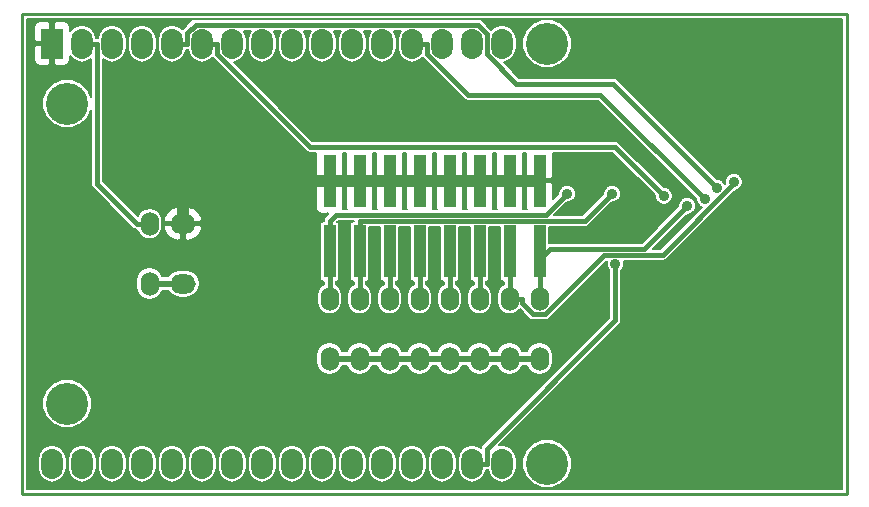
<source format=gtl>
G04 #@! TF.FileFunction,Copper,L1,Top,Signal*
%FSLAX46Y46*%
G04 Gerber Fmt 4.6, Leading zero omitted, Abs format (unit mm)*
G04 Created by KiCad (PCBNEW 4.1.0-alpha+201608010716+6997~46~ubuntu16.04.1-product) date Mon Aug  8 14:57:05 2016*
%MOMM*%
%LPD*%
G01*
G04 APERTURE LIST*
%ADD10C,0.100000*%
%ADD11C,0.228600*%
%ADD12O,1.524000X2.032000*%
%ADD13R,1.016000X4.495800*%
%ADD14O,2.159000X1.651000*%
%ADD15O,1.854200X2.540000*%
%ADD16R,1.854200X2.540000*%
%ADD17C,3.556000*%
%ADD18C,0.889000*%
%ADD19C,0.406400*%
%ADD20C,1.016000*%
%ADD21C,0.508000*%
%ADD22C,0.203200*%
G04 APERTURE END LIST*
D10*
D11*
X143510000Y-79375000D02*
X73660000Y-79375000D01*
X143510000Y-120015000D02*
X143510000Y-79375000D01*
X73660000Y-120015000D02*
X143510000Y-120015000D01*
X73660000Y-79375000D02*
X73660000Y-120015000D01*
D12*
X84455000Y-102235000D03*
X84455000Y-97155000D03*
X117475000Y-108585000D03*
X117475000Y-103505000D03*
X114935000Y-108585000D03*
X114935000Y-103505000D03*
X112395000Y-108585000D03*
X112395000Y-103505000D03*
X109855000Y-108585000D03*
X109855000Y-103505000D03*
X107315000Y-108585000D03*
X107315000Y-103505000D03*
X104775000Y-108585000D03*
X104775000Y-103505000D03*
X102235000Y-108585000D03*
X102235000Y-103505000D03*
X99695000Y-108585000D03*
X99695000Y-103505000D03*
D13*
X117475000Y-93522800D03*
X117475000Y-99517200D03*
X114935000Y-93522800D03*
X114935000Y-99517200D03*
X112395000Y-93522800D03*
X112395000Y-99517200D03*
X109855000Y-93522800D03*
X109855000Y-99517200D03*
X107315000Y-93522800D03*
X107315000Y-99517200D03*
X104775000Y-93522800D03*
X104775000Y-99517200D03*
X102235000Y-93522800D03*
X102235000Y-99517200D03*
X99695000Y-93522800D03*
X99695000Y-99517200D03*
D14*
X87274400Y-97155000D03*
X87274400Y-102235000D03*
D15*
X78740000Y-81915000D03*
X81280000Y-81915000D03*
D16*
X76200000Y-81915000D03*
D15*
X83820000Y-81915000D03*
X86360000Y-81915000D03*
X88900000Y-81915000D03*
X91440000Y-81915000D03*
X93980000Y-81915000D03*
X96520000Y-81915000D03*
X99060000Y-81915000D03*
X101600000Y-81915000D03*
X104140000Y-81915000D03*
X106680000Y-81915000D03*
X109220000Y-81915000D03*
X111760000Y-81915000D03*
X114300000Y-81915000D03*
X114300000Y-117475000D03*
X111760000Y-117475000D03*
X109220000Y-117475000D03*
X106680000Y-117475000D03*
X104140000Y-117475000D03*
X101600000Y-117475000D03*
X99060000Y-117475000D03*
X96520000Y-117475000D03*
X93980000Y-117475000D03*
X91440000Y-117475000D03*
X88900000Y-117475000D03*
X86360000Y-117475000D03*
X83820000Y-117475000D03*
X81280000Y-117475000D03*
X78740000Y-117475000D03*
X76200000Y-117475000D03*
D17*
X77470000Y-86995000D03*
X77470000Y-112395000D03*
X118110000Y-117475000D03*
X118110000Y-81915000D03*
D18*
X129986500Y-95662300D03*
X133929400Y-93615700D03*
X123638300Y-94616300D03*
X119805000Y-94611200D03*
X132495100Y-94106700D03*
X128002300Y-94802200D03*
X131484300Y-95094500D03*
X123894600Y-100549500D03*
D19*
X79997300Y-93789500D02*
X83362800Y-97155000D01*
X79997300Y-81915000D02*
X79997300Y-93789500D01*
X78740000Y-81915000D02*
X79997300Y-81915000D01*
X84455000Y-97155000D02*
X83362800Y-97155000D01*
D20*
X102235000Y-93522800D02*
X104775000Y-93522800D01*
X104775000Y-93522800D02*
X107315000Y-93522800D01*
X107315000Y-93522800D02*
X109855000Y-93522800D01*
X109855000Y-93522800D02*
X112395000Y-93522800D01*
X112395000Y-93522800D02*
X114935000Y-93522800D01*
X114935000Y-93522800D02*
X117475000Y-93522800D01*
X99695000Y-93522800D02*
X102235000Y-93522800D01*
X89318800Y-93522800D02*
X87274400Y-95567200D01*
X99695000Y-93522800D02*
X89318800Y-93522800D01*
X87274400Y-97155000D02*
X87274400Y-95567200D01*
D21*
X84455000Y-102235000D02*
X87274400Y-102235000D01*
X99695000Y-108585000D02*
X102235000Y-108585000D01*
X102235000Y-108585000D02*
X104775000Y-108585000D01*
X104775000Y-108585000D02*
X107315000Y-108585000D01*
X107315000Y-108585000D02*
X109855000Y-108585000D01*
X109855000Y-108585000D02*
X112395000Y-108585000D01*
X112395000Y-108585000D02*
X114935000Y-108585000D01*
X114935000Y-108585000D02*
X117475000Y-108585000D01*
D19*
X117475000Y-99517200D02*
X117475000Y-100161700D01*
X117475000Y-100161700D02*
X117475000Y-103505000D01*
X118345100Y-99291600D02*
X117475000Y-100161700D01*
X126357200Y-99291600D02*
X118345100Y-99291600D01*
X129986500Y-95662300D02*
X126357200Y-99291600D01*
X114935000Y-99517200D02*
X114935000Y-103505000D01*
X114935000Y-103505000D02*
X116027200Y-103505000D01*
X133929400Y-93759000D02*
X133929400Y-93615700D01*
X127888500Y-99799900D02*
X133929400Y-93759000D01*
X122962500Y-99799900D02*
X127888500Y-99799900D01*
X117920700Y-104841700D02*
X122962500Y-99799900D01*
X116954300Y-104841700D02*
X117920700Y-104841700D01*
X116027200Y-103914600D02*
X116954300Y-104841700D01*
X116027200Y-103505000D02*
X116027200Y-103914600D01*
X112395000Y-99517200D02*
X112395000Y-103505000D01*
X109855000Y-99517200D02*
X109855000Y-103505000D01*
X107315000Y-99517200D02*
X107315000Y-103505000D01*
X104775000Y-99517200D02*
X104775000Y-103505000D01*
X102235000Y-99517200D02*
X102235000Y-103505000D01*
X102235000Y-99517200D02*
X102235000Y-96939100D01*
X121315500Y-96939100D02*
X102235000Y-96939100D01*
X123638300Y-94616300D02*
X121315500Y-96939100D01*
X99695000Y-99517200D02*
X99695000Y-103505000D01*
X99695000Y-99517200D02*
X99695000Y-96939100D01*
X117985500Y-96430700D02*
X119805000Y-94611200D01*
X100203400Y-96430700D02*
X117985500Y-96430700D01*
X99695000Y-96939100D02*
X100203400Y-96430700D01*
X86360000Y-81915000D02*
X87617300Y-81915000D01*
X123689100Y-85300700D02*
X132495100Y-94106700D01*
X115522100Y-85300700D02*
X123689100Y-85300700D01*
X113030000Y-82808600D02*
X115522100Y-85300700D01*
X113030000Y-81086700D02*
X113030000Y-82808600D01*
X112252900Y-80309600D02*
X113030000Y-81086700D01*
X88358300Y-80309600D02*
X112252900Y-80309600D01*
X87617300Y-81050600D02*
X88358300Y-80309600D01*
X87617300Y-81915000D02*
X87617300Y-81050600D01*
X88900000Y-81915000D02*
X90157300Y-81915000D01*
X123852100Y-90652000D02*
X128002300Y-94802200D01*
X98029900Y-90652000D02*
X123852100Y-90652000D01*
X90157300Y-82779400D02*
X98029900Y-90652000D01*
X90157300Y-81915000D02*
X90157300Y-82779400D01*
X122630000Y-86240200D02*
X131484300Y-95094500D01*
X111398100Y-86240200D02*
X122630000Y-86240200D01*
X107937300Y-82779400D02*
X111398100Y-86240200D01*
X107937300Y-81915000D02*
X107937300Y-82779400D01*
X106680000Y-81915000D02*
X107937300Y-81915000D01*
X123894600Y-105340400D02*
X123894600Y-100549500D01*
X113017300Y-116217700D02*
X123894600Y-105340400D01*
X113017300Y-117475000D02*
X113017300Y-116217700D01*
X111760000Y-117475000D02*
X113017300Y-117475000D01*
D22*
G36*
X143090900Y-119595900D02*
X74079100Y-119595900D01*
X74079100Y-117101248D01*
X74968100Y-117101248D01*
X74968100Y-117848752D01*
X75061873Y-118320180D01*
X75328915Y-118719837D01*
X75728572Y-118986879D01*
X76200000Y-119080652D01*
X76671428Y-118986879D01*
X77071085Y-118719837D01*
X77338127Y-118320180D01*
X77431900Y-117848752D01*
X77431900Y-117101248D01*
X77508100Y-117101248D01*
X77508100Y-117848752D01*
X77601873Y-118320180D01*
X77868915Y-118719837D01*
X78268572Y-118986879D01*
X78740000Y-119080652D01*
X79211428Y-118986879D01*
X79611085Y-118719837D01*
X79878127Y-118320180D01*
X79971900Y-117848752D01*
X79971900Y-117101248D01*
X80048100Y-117101248D01*
X80048100Y-117848752D01*
X80141873Y-118320180D01*
X80408915Y-118719837D01*
X80808572Y-118986879D01*
X81280000Y-119080652D01*
X81751428Y-118986879D01*
X82151085Y-118719837D01*
X82418127Y-118320180D01*
X82511900Y-117848752D01*
X82511900Y-117101248D01*
X82588100Y-117101248D01*
X82588100Y-117848752D01*
X82681873Y-118320180D01*
X82948915Y-118719837D01*
X83348572Y-118986879D01*
X83820000Y-119080652D01*
X84291428Y-118986879D01*
X84691085Y-118719837D01*
X84958127Y-118320180D01*
X85051900Y-117848752D01*
X85051900Y-117101248D01*
X85128100Y-117101248D01*
X85128100Y-117848752D01*
X85221873Y-118320180D01*
X85488915Y-118719837D01*
X85888572Y-118986879D01*
X86360000Y-119080652D01*
X86831428Y-118986879D01*
X87231085Y-118719837D01*
X87498127Y-118320180D01*
X87591900Y-117848752D01*
X87591900Y-117101248D01*
X87668100Y-117101248D01*
X87668100Y-117848752D01*
X87761873Y-118320180D01*
X88028915Y-118719837D01*
X88428572Y-118986879D01*
X88900000Y-119080652D01*
X89371428Y-118986879D01*
X89771085Y-118719837D01*
X90038127Y-118320180D01*
X90131900Y-117848752D01*
X90131900Y-117101248D01*
X90208100Y-117101248D01*
X90208100Y-117848752D01*
X90301873Y-118320180D01*
X90568915Y-118719837D01*
X90968572Y-118986879D01*
X91440000Y-119080652D01*
X91911428Y-118986879D01*
X92311085Y-118719837D01*
X92578127Y-118320180D01*
X92671900Y-117848752D01*
X92671900Y-117101248D01*
X92748100Y-117101248D01*
X92748100Y-117848752D01*
X92841873Y-118320180D01*
X93108915Y-118719837D01*
X93508572Y-118986879D01*
X93980000Y-119080652D01*
X94451428Y-118986879D01*
X94851085Y-118719837D01*
X95118127Y-118320180D01*
X95211900Y-117848752D01*
X95211900Y-117101248D01*
X95288100Y-117101248D01*
X95288100Y-117848752D01*
X95381873Y-118320180D01*
X95648915Y-118719837D01*
X96048572Y-118986879D01*
X96520000Y-119080652D01*
X96991428Y-118986879D01*
X97391085Y-118719837D01*
X97658127Y-118320180D01*
X97751900Y-117848752D01*
X97751900Y-117101248D01*
X97828100Y-117101248D01*
X97828100Y-117848752D01*
X97921873Y-118320180D01*
X98188915Y-118719837D01*
X98588572Y-118986879D01*
X99060000Y-119080652D01*
X99531428Y-118986879D01*
X99931085Y-118719837D01*
X100198127Y-118320180D01*
X100291900Y-117848752D01*
X100291900Y-117101248D01*
X100368100Y-117101248D01*
X100368100Y-117848752D01*
X100461873Y-118320180D01*
X100728915Y-118719837D01*
X101128572Y-118986879D01*
X101600000Y-119080652D01*
X102071428Y-118986879D01*
X102471085Y-118719837D01*
X102738127Y-118320180D01*
X102831900Y-117848752D01*
X102831900Y-117101248D01*
X102908100Y-117101248D01*
X102908100Y-117848752D01*
X103001873Y-118320180D01*
X103268915Y-118719837D01*
X103668572Y-118986879D01*
X104140000Y-119080652D01*
X104611428Y-118986879D01*
X105011085Y-118719837D01*
X105278127Y-118320180D01*
X105371900Y-117848752D01*
X105371900Y-117101248D01*
X105448100Y-117101248D01*
X105448100Y-117848752D01*
X105541873Y-118320180D01*
X105808915Y-118719837D01*
X106208572Y-118986879D01*
X106680000Y-119080652D01*
X107151428Y-118986879D01*
X107551085Y-118719837D01*
X107818127Y-118320180D01*
X107911900Y-117848752D01*
X107911900Y-117101248D01*
X107988100Y-117101248D01*
X107988100Y-117848752D01*
X108081873Y-118320180D01*
X108348915Y-118719837D01*
X108748572Y-118986879D01*
X109220000Y-119080652D01*
X109691428Y-118986879D01*
X110091085Y-118719837D01*
X110358127Y-118320180D01*
X110451900Y-117848752D01*
X110451900Y-117101248D01*
X110358127Y-116629820D01*
X110091085Y-116230163D01*
X109691428Y-115963121D01*
X109220000Y-115869348D01*
X108748572Y-115963121D01*
X108348915Y-116230163D01*
X108081873Y-116629820D01*
X107988100Y-117101248D01*
X107911900Y-117101248D01*
X107818127Y-116629820D01*
X107551085Y-116230163D01*
X107151428Y-115963121D01*
X106680000Y-115869348D01*
X106208572Y-115963121D01*
X105808915Y-116230163D01*
X105541873Y-116629820D01*
X105448100Y-117101248D01*
X105371900Y-117101248D01*
X105278127Y-116629820D01*
X105011085Y-116230163D01*
X104611428Y-115963121D01*
X104140000Y-115869348D01*
X103668572Y-115963121D01*
X103268915Y-116230163D01*
X103001873Y-116629820D01*
X102908100Y-117101248D01*
X102831900Y-117101248D01*
X102738127Y-116629820D01*
X102471085Y-116230163D01*
X102071428Y-115963121D01*
X101600000Y-115869348D01*
X101128572Y-115963121D01*
X100728915Y-116230163D01*
X100461873Y-116629820D01*
X100368100Y-117101248D01*
X100291900Y-117101248D01*
X100198127Y-116629820D01*
X99931085Y-116230163D01*
X99531428Y-115963121D01*
X99060000Y-115869348D01*
X98588572Y-115963121D01*
X98188915Y-116230163D01*
X97921873Y-116629820D01*
X97828100Y-117101248D01*
X97751900Y-117101248D01*
X97658127Y-116629820D01*
X97391085Y-116230163D01*
X96991428Y-115963121D01*
X96520000Y-115869348D01*
X96048572Y-115963121D01*
X95648915Y-116230163D01*
X95381873Y-116629820D01*
X95288100Y-117101248D01*
X95211900Y-117101248D01*
X95118127Y-116629820D01*
X94851085Y-116230163D01*
X94451428Y-115963121D01*
X93980000Y-115869348D01*
X93508572Y-115963121D01*
X93108915Y-116230163D01*
X92841873Y-116629820D01*
X92748100Y-117101248D01*
X92671900Y-117101248D01*
X92578127Y-116629820D01*
X92311085Y-116230163D01*
X91911428Y-115963121D01*
X91440000Y-115869348D01*
X90968572Y-115963121D01*
X90568915Y-116230163D01*
X90301873Y-116629820D01*
X90208100Y-117101248D01*
X90131900Y-117101248D01*
X90038127Y-116629820D01*
X89771085Y-116230163D01*
X89371428Y-115963121D01*
X88900000Y-115869348D01*
X88428572Y-115963121D01*
X88028915Y-116230163D01*
X87761873Y-116629820D01*
X87668100Y-117101248D01*
X87591900Y-117101248D01*
X87498127Y-116629820D01*
X87231085Y-116230163D01*
X86831428Y-115963121D01*
X86360000Y-115869348D01*
X85888572Y-115963121D01*
X85488915Y-116230163D01*
X85221873Y-116629820D01*
X85128100Y-117101248D01*
X85051900Y-117101248D01*
X84958127Y-116629820D01*
X84691085Y-116230163D01*
X84291428Y-115963121D01*
X83820000Y-115869348D01*
X83348572Y-115963121D01*
X82948915Y-116230163D01*
X82681873Y-116629820D01*
X82588100Y-117101248D01*
X82511900Y-117101248D01*
X82418127Y-116629820D01*
X82151085Y-116230163D01*
X81751428Y-115963121D01*
X81280000Y-115869348D01*
X80808572Y-115963121D01*
X80408915Y-116230163D01*
X80141873Y-116629820D01*
X80048100Y-117101248D01*
X79971900Y-117101248D01*
X79878127Y-116629820D01*
X79611085Y-116230163D01*
X79211428Y-115963121D01*
X78740000Y-115869348D01*
X78268572Y-115963121D01*
X77868915Y-116230163D01*
X77601873Y-116629820D01*
X77508100Y-117101248D01*
X77431900Y-117101248D01*
X77338127Y-116629820D01*
X77071085Y-116230163D01*
X76671428Y-115963121D01*
X76200000Y-115869348D01*
X75728572Y-115963121D01*
X75328915Y-116230163D01*
X75061873Y-116629820D01*
X74968100Y-117101248D01*
X74079100Y-117101248D01*
X74079100Y-112807477D01*
X75386840Y-112807477D01*
X75703259Y-113573270D01*
X76288648Y-114159682D01*
X77053888Y-114477437D01*
X77882477Y-114478160D01*
X78648270Y-114161741D01*
X79234682Y-113576352D01*
X79552437Y-112811112D01*
X79553160Y-111982523D01*
X79236741Y-111216730D01*
X78651352Y-110630318D01*
X77886112Y-110312563D01*
X77057523Y-110311840D01*
X76291730Y-110628259D01*
X75705318Y-111213648D01*
X75387563Y-111978888D01*
X75386840Y-112807477D01*
X74079100Y-112807477D01*
X74079100Y-108304129D01*
X98577400Y-108304129D01*
X98577400Y-108865871D01*
X98662472Y-109293558D01*
X98904737Y-109656134D01*
X99267313Y-109898399D01*
X99695000Y-109983471D01*
X100122687Y-109898399D01*
X100485263Y-109656134D01*
X100727528Y-109293558D01*
X100747212Y-109194600D01*
X101182788Y-109194600D01*
X101202472Y-109293558D01*
X101444737Y-109656134D01*
X101807313Y-109898399D01*
X102235000Y-109983471D01*
X102662687Y-109898399D01*
X103025263Y-109656134D01*
X103267528Y-109293558D01*
X103287212Y-109194600D01*
X103722788Y-109194600D01*
X103742472Y-109293558D01*
X103984737Y-109656134D01*
X104347313Y-109898399D01*
X104775000Y-109983471D01*
X105202687Y-109898399D01*
X105565263Y-109656134D01*
X105807528Y-109293558D01*
X105827212Y-109194600D01*
X106262788Y-109194600D01*
X106282472Y-109293558D01*
X106524737Y-109656134D01*
X106887313Y-109898399D01*
X107315000Y-109983471D01*
X107742687Y-109898399D01*
X108105263Y-109656134D01*
X108347528Y-109293558D01*
X108367212Y-109194600D01*
X108802788Y-109194600D01*
X108822472Y-109293558D01*
X109064737Y-109656134D01*
X109427313Y-109898399D01*
X109855000Y-109983471D01*
X110282687Y-109898399D01*
X110645263Y-109656134D01*
X110887528Y-109293558D01*
X110907212Y-109194600D01*
X111342788Y-109194600D01*
X111362472Y-109293558D01*
X111604737Y-109656134D01*
X111967313Y-109898399D01*
X112395000Y-109983471D01*
X112822687Y-109898399D01*
X113185263Y-109656134D01*
X113427528Y-109293558D01*
X113447212Y-109194600D01*
X113882788Y-109194600D01*
X113902472Y-109293558D01*
X114144737Y-109656134D01*
X114507313Y-109898399D01*
X114935000Y-109983471D01*
X115362687Y-109898399D01*
X115725263Y-109656134D01*
X115967528Y-109293558D01*
X115987212Y-109194600D01*
X116422788Y-109194600D01*
X116442472Y-109293558D01*
X116684737Y-109656134D01*
X117047313Y-109898399D01*
X117475000Y-109983471D01*
X117902687Y-109898399D01*
X118265263Y-109656134D01*
X118507528Y-109293558D01*
X118592600Y-108865871D01*
X118592600Y-108304129D01*
X118507528Y-107876442D01*
X118265263Y-107513866D01*
X117902687Y-107271601D01*
X117475000Y-107186529D01*
X117047313Y-107271601D01*
X116684737Y-107513866D01*
X116442472Y-107876442D01*
X116422788Y-107975400D01*
X115987212Y-107975400D01*
X115967528Y-107876442D01*
X115725263Y-107513866D01*
X115362687Y-107271601D01*
X114935000Y-107186529D01*
X114507313Y-107271601D01*
X114144737Y-107513866D01*
X113902472Y-107876442D01*
X113882788Y-107975400D01*
X113447212Y-107975400D01*
X113427528Y-107876442D01*
X113185263Y-107513866D01*
X112822687Y-107271601D01*
X112395000Y-107186529D01*
X111967313Y-107271601D01*
X111604737Y-107513866D01*
X111362472Y-107876442D01*
X111342788Y-107975400D01*
X110907212Y-107975400D01*
X110887528Y-107876442D01*
X110645263Y-107513866D01*
X110282687Y-107271601D01*
X109855000Y-107186529D01*
X109427313Y-107271601D01*
X109064737Y-107513866D01*
X108822472Y-107876442D01*
X108802788Y-107975400D01*
X108367212Y-107975400D01*
X108347528Y-107876442D01*
X108105263Y-107513866D01*
X107742687Y-107271601D01*
X107315000Y-107186529D01*
X106887313Y-107271601D01*
X106524737Y-107513866D01*
X106282472Y-107876442D01*
X106262788Y-107975400D01*
X105827212Y-107975400D01*
X105807528Y-107876442D01*
X105565263Y-107513866D01*
X105202687Y-107271601D01*
X104775000Y-107186529D01*
X104347313Y-107271601D01*
X103984737Y-107513866D01*
X103742472Y-107876442D01*
X103722788Y-107975400D01*
X103287212Y-107975400D01*
X103267528Y-107876442D01*
X103025263Y-107513866D01*
X102662687Y-107271601D01*
X102235000Y-107186529D01*
X101807313Y-107271601D01*
X101444737Y-107513866D01*
X101202472Y-107876442D01*
X101182788Y-107975400D01*
X100747212Y-107975400D01*
X100727528Y-107876442D01*
X100485263Y-107513866D01*
X100122687Y-107271601D01*
X99695000Y-107186529D01*
X99267313Y-107271601D01*
X98904737Y-107513866D01*
X98662472Y-107876442D01*
X98577400Y-108304129D01*
X74079100Y-108304129D01*
X74079100Y-101954129D01*
X83337400Y-101954129D01*
X83337400Y-102515871D01*
X83422472Y-102943558D01*
X83664737Y-103306134D01*
X84027313Y-103548399D01*
X84455000Y-103633471D01*
X84882687Y-103548399D01*
X85245263Y-103306134D01*
X85487528Y-102943558D01*
X85507212Y-102844600D01*
X86006404Y-102844600D01*
X86157121Y-103070164D01*
X86540298Y-103326194D01*
X86992285Y-103416100D01*
X87556515Y-103416100D01*
X88008502Y-103326194D01*
X88391679Y-103070164D01*
X88647709Y-102686987D01*
X88737615Y-102235000D01*
X88647709Y-101783013D01*
X88391679Y-101399836D01*
X88008502Y-101143806D01*
X87556515Y-101053900D01*
X86992285Y-101053900D01*
X86540298Y-101143806D01*
X86157121Y-101399836D01*
X86006404Y-101625400D01*
X85507212Y-101625400D01*
X85487528Y-101526442D01*
X85245263Y-101163866D01*
X84882687Y-100921601D01*
X84455000Y-100836529D01*
X84027313Y-100921601D01*
X83664737Y-101163866D01*
X83422472Y-101526442D01*
X83337400Y-101954129D01*
X74079100Y-101954129D01*
X74079100Y-87407477D01*
X75386840Y-87407477D01*
X75703259Y-88173270D01*
X76288648Y-88759682D01*
X77053888Y-89077437D01*
X77882477Y-89078160D01*
X78648270Y-88761741D01*
X79234682Y-88176352D01*
X79489300Y-87563163D01*
X79489300Y-93789500D01*
X79527969Y-93983903D01*
X79638090Y-94148710D01*
X83003590Y-97514210D01*
X83168397Y-97624331D01*
X83362800Y-97663000D01*
X83433576Y-97663000D01*
X83469405Y-97843123D01*
X83700658Y-98189218D01*
X84046753Y-98420471D01*
X84455000Y-98501676D01*
X84863247Y-98420471D01*
X85209342Y-98189218D01*
X85440595Y-97843123D01*
X85503126Y-97528753D01*
X85634824Y-97528753D01*
X85643442Y-97590065D01*
X85914749Y-98083887D01*
X86354381Y-98436294D01*
X86895409Y-98593636D01*
X87122000Y-98443077D01*
X87122000Y-97307400D01*
X87426800Y-97307400D01*
X87426800Y-98443077D01*
X87653391Y-98593636D01*
X88194419Y-98436294D01*
X88634051Y-98083887D01*
X88905358Y-97590065D01*
X88913976Y-97528753D01*
X88802014Y-97307400D01*
X87426800Y-97307400D01*
X87122000Y-97307400D01*
X85746786Y-97307400D01*
X85634824Y-97528753D01*
X85503126Y-97528753D01*
X85521800Y-97434876D01*
X85521800Y-96875124D01*
X85503127Y-96781247D01*
X85634824Y-96781247D01*
X85746786Y-97002600D01*
X87122000Y-97002600D01*
X87122000Y-95866923D01*
X87426800Y-95866923D01*
X87426800Y-97002600D01*
X88802014Y-97002600D01*
X88913976Y-96781247D01*
X88905358Y-96719935D01*
X88634051Y-96226113D01*
X88194419Y-95873706D01*
X87653391Y-95716364D01*
X87426800Y-95866923D01*
X87122000Y-95866923D01*
X86895409Y-95716364D01*
X86354381Y-95873706D01*
X85914749Y-96226113D01*
X85643442Y-96719935D01*
X85634824Y-96781247D01*
X85503127Y-96781247D01*
X85440595Y-96466877D01*
X85209342Y-96120782D01*
X84863247Y-95889529D01*
X84455000Y-95808324D01*
X84046753Y-95889529D01*
X83700658Y-96120782D01*
X83469405Y-96466877D01*
X83456745Y-96530525D01*
X80505300Y-93579080D01*
X80505300Y-83224239D01*
X80808572Y-83426879D01*
X81280000Y-83520652D01*
X81751428Y-83426879D01*
X82151085Y-83159837D01*
X82418127Y-82760180D01*
X82511900Y-82288752D01*
X82511900Y-81541248D01*
X82588100Y-81541248D01*
X82588100Y-82288752D01*
X82681873Y-82760180D01*
X82948915Y-83159837D01*
X83348572Y-83426879D01*
X83820000Y-83520652D01*
X84291428Y-83426879D01*
X84691085Y-83159837D01*
X84958127Y-82760180D01*
X85051900Y-82288752D01*
X85051900Y-81541248D01*
X85128100Y-81541248D01*
X85128100Y-82288752D01*
X85221873Y-82760180D01*
X85488915Y-83159837D01*
X85888572Y-83426879D01*
X86360000Y-83520652D01*
X86831428Y-83426879D01*
X87231085Y-83159837D01*
X87498127Y-82760180D01*
X87565196Y-82423000D01*
X87617300Y-82423000D01*
X87691854Y-82408170D01*
X87761873Y-82760180D01*
X88028915Y-83159837D01*
X88428572Y-83426879D01*
X88900000Y-83520652D01*
X89371428Y-83426879D01*
X89771085Y-83159837D01*
X89791679Y-83129016D01*
X89798090Y-83138610D01*
X97670690Y-91011210D01*
X97835497Y-91121331D01*
X98029900Y-91160000D01*
X98577400Y-91160000D01*
X98577400Y-93218000D01*
X98729800Y-93370400D01*
X99542600Y-93370400D01*
X99542600Y-93350400D01*
X99847400Y-93350400D01*
X99847400Y-93370400D01*
X100660200Y-93370400D01*
X100812600Y-93218000D01*
X100812600Y-91160000D01*
X101117400Y-91160000D01*
X101117400Y-93218000D01*
X101269800Y-93370400D01*
X102082600Y-93370400D01*
X102082600Y-93350400D01*
X102387400Y-93350400D01*
X102387400Y-93370400D01*
X103200200Y-93370400D01*
X103352600Y-93218000D01*
X103352600Y-91160000D01*
X103657400Y-91160000D01*
X103657400Y-93218000D01*
X103809800Y-93370400D01*
X104622600Y-93370400D01*
X104622600Y-93350400D01*
X104927400Y-93350400D01*
X104927400Y-93370400D01*
X105740200Y-93370400D01*
X105892600Y-93218000D01*
X105892600Y-91160000D01*
X106197400Y-91160000D01*
X106197400Y-93218000D01*
X106349800Y-93370400D01*
X107162600Y-93370400D01*
X107162600Y-93350400D01*
X107467400Y-93350400D01*
X107467400Y-93370400D01*
X108280200Y-93370400D01*
X108432600Y-93218000D01*
X108432600Y-91160000D01*
X108737400Y-91160000D01*
X108737400Y-93218000D01*
X108889800Y-93370400D01*
X109702600Y-93370400D01*
X109702600Y-93350400D01*
X110007400Y-93350400D01*
X110007400Y-93370400D01*
X110820200Y-93370400D01*
X110972600Y-93218000D01*
X110972600Y-91160000D01*
X111277400Y-91160000D01*
X111277400Y-93218000D01*
X111429800Y-93370400D01*
X112242600Y-93370400D01*
X112242600Y-93350400D01*
X112547400Y-93350400D01*
X112547400Y-93370400D01*
X113360200Y-93370400D01*
X113512600Y-93218000D01*
X113512600Y-91160000D01*
X113817400Y-91160000D01*
X113817400Y-93218000D01*
X113969800Y-93370400D01*
X114782600Y-93370400D01*
X114782600Y-93350400D01*
X115087400Y-93350400D01*
X115087400Y-93370400D01*
X115900200Y-93370400D01*
X116052600Y-93218000D01*
X116052600Y-91160000D01*
X116357400Y-91160000D01*
X116357400Y-93218000D01*
X116509800Y-93370400D01*
X117322600Y-93370400D01*
X117322600Y-93350400D01*
X117627400Y-93350400D01*
X117627400Y-93370400D01*
X118440200Y-93370400D01*
X118592600Y-93218000D01*
X118592600Y-91160000D01*
X123641680Y-91160000D01*
X127253026Y-94771346D01*
X127252870Y-94950591D01*
X127366704Y-95226090D01*
X127577301Y-95437056D01*
X127852601Y-95551370D01*
X128150691Y-95551630D01*
X128426190Y-95437796D01*
X128637156Y-95227199D01*
X128751470Y-94951899D01*
X128751730Y-94653809D01*
X128637896Y-94378310D01*
X128427299Y-94167344D01*
X128151999Y-94053030D01*
X127971392Y-94052872D01*
X124211310Y-90292790D01*
X124046503Y-90182669D01*
X123852100Y-90144000D01*
X98240320Y-90144000D01*
X91587610Y-83491290D01*
X91911428Y-83426879D01*
X92311085Y-83159837D01*
X92578127Y-82760180D01*
X92671900Y-82288752D01*
X92671900Y-81541248D01*
X92578127Y-81069820D01*
X92409599Y-80817600D01*
X93010401Y-80817600D01*
X92841873Y-81069820D01*
X92748100Y-81541248D01*
X92748100Y-82288752D01*
X92841873Y-82760180D01*
X93108915Y-83159837D01*
X93508572Y-83426879D01*
X93980000Y-83520652D01*
X94451428Y-83426879D01*
X94851085Y-83159837D01*
X95118127Y-82760180D01*
X95211900Y-82288752D01*
X95211900Y-81541248D01*
X95118127Y-81069820D01*
X94949599Y-80817600D01*
X95550401Y-80817600D01*
X95381873Y-81069820D01*
X95288100Y-81541248D01*
X95288100Y-82288752D01*
X95381873Y-82760180D01*
X95648915Y-83159837D01*
X96048572Y-83426879D01*
X96520000Y-83520652D01*
X96991428Y-83426879D01*
X97391085Y-83159837D01*
X97658127Y-82760180D01*
X97751900Y-82288752D01*
X97751900Y-81541248D01*
X97658127Y-81069820D01*
X97489599Y-80817600D01*
X98090401Y-80817600D01*
X97921873Y-81069820D01*
X97828100Y-81541248D01*
X97828100Y-82288752D01*
X97921873Y-82760180D01*
X98188915Y-83159837D01*
X98588572Y-83426879D01*
X99060000Y-83520652D01*
X99531428Y-83426879D01*
X99931085Y-83159837D01*
X100198127Y-82760180D01*
X100291900Y-82288752D01*
X100291900Y-81541248D01*
X100198127Y-81069820D01*
X100029599Y-80817600D01*
X100630401Y-80817600D01*
X100461873Y-81069820D01*
X100368100Y-81541248D01*
X100368100Y-82288752D01*
X100461873Y-82760180D01*
X100728915Y-83159837D01*
X101128572Y-83426879D01*
X101600000Y-83520652D01*
X102071428Y-83426879D01*
X102471085Y-83159837D01*
X102738127Y-82760180D01*
X102831900Y-82288752D01*
X102831900Y-81541248D01*
X102738127Y-81069820D01*
X102569599Y-80817600D01*
X103170401Y-80817600D01*
X103001873Y-81069820D01*
X102908100Y-81541248D01*
X102908100Y-82288752D01*
X103001873Y-82760180D01*
X103268915Y-83159837D01*
X103668572Y-83426879D01*
X104140000Y-83520652D01*
X104611428Y-83426879D01*
X105011085Y-83159837D01*
X105278127Y-82760180D01*
X105371900Y-82288752D01*
X105371900Y-81541248D01*
X105278127Y-81069820D01*
X105109599Y-80817600D01*
X105710401Y-80817600D01*
X105541873Y-81069820D01*
X105448100Y-81541248D01*
X105448100Y-82288752D01*
X105541873Y-82760180D01*
X105808915Y-83159837D01*
X106208572Y-83426879D01*
X106680000Y-83520652D01*
X107151428Y-83426879D01*
X107551085Y-83159837D01*
X107571679Y-83129016D01*
X107578090Y-83138610D01*
X111038890Y-86599410D01*
X111203696Y-86709531D01*
X111235950Y-86715946D01*
X111398100Y-86748200D01*
X122419580Y-86748200D01*
X130735026Y-95063646D01*
X130734870Y-95242891D01*
X130848704Y-95518390D01*
X131059301Y-95729356D01*
X131187423Y-95782557D01*
X127678080Y-99291900D01*
X127075320Y-99291900D01*
X129955646Y-96411574D01*
X130134891Y-96411730D01*
X130410390Y-96297896D01*
X130621356Y-96087299D01*
X130735670Y-95811999D01*
X130735930Y-95513909D01*
X130622096Y-95238410D01*
X130411499Y-95027444D01*
X130136199Y-94913130D01*
X129838109Y-94912870D01*
X129562610Y-95026704D01*
X129351644Y-95237301D01*
X129237330Y-95512601D01*
X129237172Y-95693208D01*
X126146780Y-98783600D01*
X118345100Y-98783600D01*
X118293771Y-98793810D01*
X118293771Y-97447100D01*
X121315500Y-97447100D01*
X121509903Y-97408431D01*
X121674710Y-97298310D01*
X123607446Y-95365574D01*
X123786691Y-95365730D01*
X124062190Y-95251896D01*
X124273156Y-95041299D01*
X124387470Y-94765999D01*
X124387730Y-94467909D01*
X124273896Y-94192410D01*
X124063299Y-93981444D01*
X123787999Y-93867130D01*
X123489909Y-93866870D01*
X123214410Y-93980704D01*
X123003444Y-94191301D01*
X122889130Y-94466601D01*
X122888972Y-94647208D01*
X121105080Y-96431100D01*
X118703520Y-96431100D01*
X119774147Y-95360474D01*
X119953391Y-95360630D01*
X120228890Y-95246796D01*
X120439856Y-95036199D01*
X120554170Y-94760899D01*
X120554430Y-94462809D01*
X120440596Y-94187310D01*
X120229999Y-93976344D01*
X119954699Y-93862030D01*
X119656609Y-93861770D01*
X119381110Y-93975604D01*
X119170144Y-94186201D01*
X119055830Y-94461501D01*
X119055672Y-94642107D01*
X118592600Y-95105179D01*
X118592600Y-93827600D01*
X118440200Y-93675200D01*
X117627400Y-93675200D01*
X117627400Y-93695200D01*
X117322600Y-93695200D01*
X117322600Y-93675200D01*
X116509800Y-93675200D01*
X116357400Y-93827600D01*
X116357400Y-95891957D01*
X116370134Y-95922700D01*
X116039866Y-95922700D01*
X116052600Y-95891957D01*
X116052600Y-93827600D01*
X115900200Y-93675200D01*
X115087400Y-93675200D01*
X115087400Y-93695200D01*
X114782600Y-93695200D01*
X114782600Y-93675200D01*
X113969800Y-93675200D01*
X113817400Y-93827600D01*
X113817400Y-95891957D01*
X113830134Y-95922700D01*
X113499866Y-95922700D01*
X113512600Y-95891957D01*
X113512600Y-93827600D01*
X113360200Y-93675200D01*
X112547400Y-93675200D01*
X112547400Y-93695200D01*
X112242600Y-93695200D01*
X112242600Y-93675200D01*
X111429800Y-93675200D01*
X111277400Y-93827600D01*
X111277400Y-95891957D01*
X111290134Y-95922700D01*
X110959866Y-95922700D01*
X110972600Y-95891957D01*
X110972600Y-93827600D01*
X110820200Y-93675200D01*
X110007400Y-93675200D01*
X110007400Y-93695200D01*
X109702600Y-93695200D01*
X109702600Y-93675200D01*
X108889800Y-93675200D01*
X108737400Y-93827600D01*
X108737400Y-95891957D01*
X108750134Y-95922700D01*
X108419866Y-95922700D01*
X108432600Y-95891957D01*
X108432600Y-93827600D01*
X108280200Y-93675200D01*
X107467400Y-93675200D01*
X107467400Y-93695200D01*
X107162600Y-93695200D01*
X107162600Y-93675200D01*
X106349800Y-93675200D01*
X106197400Y-93827600D01*
X106197400Y-95891957D01*
X106210134Y-95922700D01*
X105879866Y-95922700D01*
X105892600Y-95891957D01*
X105892600Y-93827600D01*
X105740200Y-93675200D01*
X104927400Y-93675200D01*
X104927400Y-93695200D01*
X104622600Y-93695200D01*
X104622600Y-93675200D01*
X103809800Y-93675200D01*
X103657400Y-93827600D01*
X103657400Y-95891957D01*
X103670134Y-95922700D01*
X103339866Y-95922700D01*
X103352600Y-95891957D01*
X103352600Y-93827600D01*
X103200200Y-93675200D01*
X102387400Y-93675200D01*
X102387400Y-93695200D01*
X102082600Y-93695200D01*
X102082600Y-93675200D01*
X101269800Y-93675200D01*
X101117400Y-93827600D01*
X101117400Y-95891957D01*
X101130134Y-95922700D01*
X100799866Y-95922700D01*
X100812600Y-95891957D01*
X100812600Y-93827600D01*
X100660200Y-93675200D01*
X99847400Y-93675200D01*
X99847400Y-93695200D01*
X99542600Y-93695200D01*
X99542600Y-93675200D01*
X98729800Y-93675200D01*
X98577400Y-93827600D01*
X98577400Y-95891957D01*
X98670206Y-96116011D01*
X98841689Y-96287494D01*
X99065743Y-96380300D01*
X99390200Y-96380300D01*
X99542598Y-96227902D01*
X99542598Y-96373082D01*
X99335790Y-96579890D01*
X99225669Y-96744697D01*
X99187000Y-96939100D01*
X99187000Y-96958529D01*
X99068073Y-96982185D01*
X98967252Y-97049552D01*
X98899885Y-97150373D01*
X98876229Y-97269300D01*
X98876229Y-101765100D01*
X98899885Y-101884027D01*
X98967252Y-101984848D01*
X99068073Y-102052215D01*
X99187000Y-102075871D01*
X99187000Y-102306182D01*
X98940658Y-102470782D01*
X98709405Y-102816877D01*
X98628200Y-103225124D01*
X98628200Y-103784876D01*
X98709405Y-104193123D01*
X98940658Y-104539218D01*
X99286753Y-104770471D01*
X99695000Y-104851676D01*
X100103247Y-104770471D01*
X100449342Y-104539218D01*
X100680595Y-104193123D01*
X100761800Y-103784876D01*
X100761800Y-103225124D01*
X100680595Y-102816877D01*
X100449342Y-102470782D01*
X100203000Y-102306182D01*
X100203000Y-102075871D01*
X100321927Y-102052215D01*
X100422748Y-101984848D01*
X100490115Y-101884027D01*
X100513771Y-101765100D01*
X100513771Y-97269300D01*
X100490115Y-97150373D01*
X100422748Y-97049552D01*
X100350945Y-97001575D01*
X100413820Y-96938700D01*
X101727080Y-96938700D01*
X101727000Y-96939100D01*
X101727000Y-96958529D01*
X101608073Y-96982185D01*
X101507252Y-97049552D01*
X101439885Y-97150373D01*
X101416229Y-97269300D01*
X101416229Y-101765100D01*
X101439885Y-101884027D01*
X101507252Y-101984848D01*
X101608073Y-102052215D01*
X101727000Y-102075871D01*
X101727000Y-102306182D01*
X101480658Y-102470782D01*
X101249405Y-102816877D01*
X101168200Y-103225124D01*
X101168200Y-103784876D01*
X101249405Y-104193123D01*
X101480658Y-104539218D01*
X101826753Y-104770471D01*
X102235000Y-104851676D01*
X102643247Y-104770471D01*
X102989342Y-104539218D01*
X103220595Y-104193123D01*
X103301800Y-103784876D01*
X103301800Y-103225124D01*
X103220595Y-102816877D01*
X102989342Y-102470782D01*
X102743000Y-102306182D01*
X102743000Y-102075871D01*
X102861927Y-102052215D01*
X102962748Y-101984848D01*
X103030115Y-101884027D01*
X103053771Y-101765100D01*
X103053771Y-97447100D01*
X103956229Y-97447100D01*
X103956229Y-101765100D01*
X103979885Y-101884027D01*
X104047252Y-101984848D01*
X104148073Y-102052215D01*
X104267000Y-102075871D01*
X104267000Y-102306182D01*
X104020658Y-102470782D01*
X103789405Y-102816877D01*
X103708200Y-103225124D01*
X103708200Y-103784876D01*
X103789405Y-104193123D01*
X104020658Y-104539218D01*
X104366753Y-104770471D01*
X104775000Y-104851676D01*
X105183247Y-104770471D01*
X105529342Y-104539218D01*
X105760595Y-104193123D01*
X105841800Y-103784876D01*
X105841800Y-103225124D01*
X105760595Y-102816877D01*
X105529342Y-102470782D01*
X105283000Y-102306182D01*
X105283000Y-102075871D01*
X105401927Y-102052215D01*
X105502748Y-101984848D01*
X105570115Y-101884027D01*
X105593771Y-101765100D01*
X105593771Y-97447100D01*
X106496229Y-97447100D01*
X106496229Y-101765100D01*
X106519885Y-101884027D01*
X106587252Y-101984848D01*
X106688073Y-102052215D01*
X106807000Y-102075871D01*
X106807000Y-102306182D01*
X106560658Y-102470782D01*
X106329405Y-102816877D01*
X106248200Y-103225124D01*
X106248200Y-103784876D01*
X106329405Y-104193123D01*
X106560658Y-104539218D01*
X106906753Y-104770471D01*
X107315000Y-104851676D01*
X107723247Y-104770471D01*
X108069342Y-104539218D01*
X108300595Y-104193123D01*
X108381800Y-103784876D01*
X108381800Y-103225124D01*
X108300595Y-102816877D01*
X108069342Y-102470782D01*
X107823000Y-102306182D01*
X107823000Y-102075871D01*
X107941927Y-102052215D01*
X108042748Y-101984848D01*
X108110115Y-101884027D01*
X108133771Y-101765100D01*
X108133771Y-97447100D01*
X109036229Y-97447100D01*
X109036229Y-101765100D01*
X109059885Y-101884027D01*
X109127252Y-101984848D01*
X109228073Y-102052215D01*
X109347000Y-102075871D01*
X109347000Y-102306182D01*
X109100658Y-102470782D01*
X108869405Y-102816877D01*
X108788200Y-103225124D01*
X108788200Y-103784876D01*
X108869405Y-104193123D01*
X109100658Y-104539218D01*
X109446753Y-104770471D01*
X109855000Y-104851676D01*
X110263247Y-104770471D01*
X110609342Y-104539218D01*
X110840595Y-104193123D01*
X110921800Y-103784876D01*
X110921800Y-103225124D01*
X110840595Y-102816877D01*
X110609342Y-102470782D01*
X110363000Y-102306182D01*
X110363000Y-102075871D01*
X110481927Y-102052215D01*
X110582748Y-101984848D01*
X110650115Y-101884027D01*
X110673771Y-101765100D01*
X110673771Y-97447100D01*
X111576229Y-97447100D01*
X111576229Y-101765100D01*
X111599885Y-101884027D01*
X111667252Y-101984848D01*
X111768073Y-102052215D01*
X111887000Y-102075871D01*
X111887000Y-102306182D01*
X111640658Y-102470782D01*
X111409405Y-102816877D01*
X111328200Y-103225124D01*
X111328200Y-103784876D01*
X111409405Y-104193123D01*
X111640658Y-104539218D01*
X111986753Y-104770471D01*
X112395000Y-104851676D01*
X112803247Y-104770471D01*
X113149342Y-104539218D01*
X113380595Y-104193123D01*
X113461800Y-103784876D01*
X113461800Y-103225124D01*
X113380595Y-102816877D01*
X113149342Y-102470782D01*
X112903000Y-102306182D01*
X112903000Y-102075871D01*
X113021927Y-102052215D01*
X113122748Y-101984848D01*
X113190115Y-101884027D01*
X113213771Y-101765100D01*
X113213771Y-97447100D01*
X114116229Y-97447100D01*
X114116229Y-101765100D01*
X114139885Y-101884027D01*
X114207252Y-101984848D01*
X114308073Y-102052215D01*
X114427000Y-102075871D01*
X114427000Y-102306182D01*
X114180658Y-102470782D01*
X113949405Y-102816877D01*
X113868200Y-103225124D01*
X113868200Y-103784876D01*
X113949405Y-104193123D01*
X114180658Y-104539218D01*
X114526753Y-104770471D01*
X114935000Y-104851676D01*
X115343247Y-104770471D01*
X115689342Y-104539218D01*
X115787097Y-104392917D01*
X116595089Y-105200910D01*
X116759896Y-105311031D01*
X116792150Y-105317446D01*
X116954300Y-105349700D01*
X117920700Y-105349700D01*
X118115103Y-105311031D01*
X118279910Y-105200910D01*
X123172920Y-100307900D01*
X123183590Y-100307900D01*
X123145430Y-100399801D01*
X123145170Y-100697891D01*
X123259004Y-100973390D01*
X123386600Y-101101210D01*
X123386600Y-105129980D01*
X112658090Y-115858490D01*
X112547969Y-116023297D01*
X112521399Y-116156873D01*
X112231428Y-115963121D01*
X111760000Y-115869348D01*
X111288572Y-115963121D01*
X110888915Y-116230163D01*
X110621873Y-116629820D01*
X110528100Y-117101248D01*
X110528100Y-117848752D01*
X110621873Y-118320180D01*
X110888915Y-118719837D01*
X111288572Y-118986879D01*
X111760000Y-119080652D01*
X112231428Y-118986879D01*
X112631085Y-118719837D01*
X112898127Y-118320180D01*
X112965196Y-117983000D01*
X113017300Y-117983000D01*
X113091854Y-117968170D01*
X113161873Y-118320180D01*
X113428915Y-118719837D01*
X113828572Y-118986879D01*
X114300000Y-119080652D01*
X114771428Y-118986879D01*
X115171085Y-118719837D01*
X115438127Y-118320180D01*
X115524197Y-117887477D01*
X116026840Y-117887477D01*
X116343259Y-118653270D01*
X116928648Y-119239682D01*
X117693888Y-119557437D01*
X118522477Y-119558160D01*
X119288270Y-119241741D01*
X119874682Y-118656352D01*
X120192437Y-117891112D01*
X120193160Y-117062523D01*
X119876741Y-116296730D01*
X119291352Y-115710318D01*
X118526112Y-115392563D01*
X117697523Y-115391840D01*
X116931730Y-115708259D01*
X116345318Y-116293648D01*
X116027563Y-117058888D01*
X116026840Y-117887477D01*
X115524197Y-117887477D01*
X115531900Y-117848752D01*
X115531900Y-117101248D01*
X115438127Y-116629820D01*
X115171085Y-116230163D01*
X114771428Y-115963121D01*
X114300000Y-115869348D01*
X114030456Y-115922964D01*
X124253810Y-105699610D01*
X124363931Y-105534804D01*
X124402600Y-105340400D01*
X124402600Y-101101133D01*
X124529456Y-100974499D01*
X124643770Y-100699199D01*
X124644030Y-100401109D01*
X124605517Y-100307900D01*
X127888500Y-100307900D01*
X128082903Y-100269231D01*
X128247710Y-100159110D01*
X134041721Y-94365099D01*
X134077791Y-94365130D01*
X134353290Y-94251296D01*
X134564256Y-94040699D01*
X134678570Y-93765399D01*
X134678830Y-93467309D01*
X134564996Y-93191810D01*
X134354399Y-92980844D01*
X134079099Y-92866530D01*
X133781009Y-92866270D01*
X133505510Y-92980104D01*
X133294544Y-93190701D01*
X133180230Y-93466001D01*
X133179970Y-93764091D01*
X133187548Y-93782432D01*
X133176446Y-93793534D01*
X133130696Y-93682810D01*
X132920099Y-93471844D01*
X132644799Y-93357530D01*
X132464193Y-93357372D01*
X124048310Y-84941490D01*
X123883503Y-84831369D01*
X123689100Y-84792700D01*
X115732521Y-84792700D01*
X114433848Y-83494028D01*
X114771428Y-83426879D01*
X115171085Y-83159837D01*
X115438127Y-82760180D01*
X115524197Y-82327477D01*
X116026840Y-82327477D01*
X116343259Y-83093270D01*
X116928648Y-83679682D01*
X117693888Y-83997437D01*
X118522477Y-83998160D01*
X119288270Y-83681741D01*
X119874682Y-83096352D01*
X120192437Y-82331112D01*
X120193160Y-81502523D01*
X119876741Y-80736730D01*
X119291352Y-80150318D01*
X118526112Y-79832563D01*
X117697523Y-79831840D01*
X116931730Y-80148259D01*
X116345318Y-80733648D01*
X116027563Y-81498888D01*
X116026840Y-82327477D01*
X115524197Y-82327477D01*
X115531900Y-82288752D01*
X115531900Y-81541248D01*
X115438127Y-81069820D01*
X115171085Y-80670163D01*
X114771428Y-80403121D01*
X114300000Y-80309348D01*
X113828572Y-80403121D01*
X113428915Y-80670163D01*
X113389910Y-80728538D01*
X113389210Y-80727490D01*
X112612110Y-79950390D01*
X112447303Y-79840269D01*
X112252900Y-79801600D01*
X88358300Y-79801600D01*
X88206273Y-79831840D01*
X88163896Y-79840269D01*
X87999090Y-79950390D01*
X87258090Y-80691390D01*
X87251679Y-80700984D01*
X87231085Y-80670163D01*
X86831428Y-80403121D01*
X86360000Y-80309348D01*
X85888572Y-80403121D01*
X85488915Y-80670163D01*
X85221873Y-81069820D01*
X85128100Y-81541248D01*
X85051900Y-81541248D01*
X84958127Y-81069820D01*
X84691085Y-80670163D01*
X84291428Y-80403121D01*
X83820000Y-80309348D01*
X83348572Y-80403121D01*
X82948915Y-80670163D01*
X82681873Y-81069820D01*
X82588100Y-81541248D01*
X82511900Y-81541248D01*
X82418127Y-81069820D01*
X82151085Y-80670163D01*
X81751428Y-80403121D01*
X81280000Y-80309348D01*
X80808572Y-80403121D01*
X80408915Y-80670163D01*
X80141873Y-81069820D01*
X80071854Y-81421830D01*
X79997300Y-81407000D01*
X79945196Y-81407000D01*
X79878127Y-81069820D01*
X79611085Y-80670163D01*
X79211428Y-80403121D01*
X78740000Y-80309348D01*
X78268572Y-80403121D01*
X77868915Y-80670163D01*
X77736700Y-80868037D01*
X77736700Y-80523743D01*
X77643894Y-80299689D01*
X77472411Y-80128206D01*
X77248357Y-80035400D01*
X76504800Y-80035400D01*
X76352400Y-80187800D01*
X76352400Y-81762600D01*
X76372400Y-81762600D01*
X76372400Y-82067400D01*
X76352400Y-82067400D01*
X76352400Y-83642200D01*
X76504800Y-83794600D01*
X77248357Y-83794600D01*
X77472411Y-83701794D01*
X77643894Y-83530311D01*
X77736700Y-83306257D01*
X77736700Y-82961963D01*
X77868915Y-83159837D01*
X78268572Y-83426879D01*
X78740000Y-83520652D01*
X79211428Y-83426879D01*
X79489300Y-83241211D01*
X79489300Y-86427970D01*
X79236741Y-85816730D01*
X78651352Y-85230318D01*
X77886112Y-84912563D01*
X77057523Y-84911840D01*
X76291730Y-85228259D01*
X75705318Y-85813648D01*
X75387563Y-86578888D01*
X75386840Y-87407477D01*
X74079100Y-87407477D01*
X74079100Y-82219800D01*
X74663300Y-82219800D01*
X74663300Y-83306257D01*
X74756106Y-83530311D01*
X74927589Y-83701794D01*
X75151643Y-83794600D01*
X75895200Y-83794600D01*
X76047600Y-83642200D01*
X76047600Y-82067400D01*
X74815700Y-82067400D01*
X74663300Y-82219800D01*
X74079100Y-82219800D01*
X74079100Y-80523743D01*
X74663300Y-80523743D01*
X74663300Y-81610200D01*
X74815700Y-81762600D01*
X76047600Y-81762600D01*
X76047600Y-80187800D01*
X75895200Y-80035400D01*
X75151643Y-80035400D01*
X74927589Y-80128206D01*
X74756106Y-80299689D01*
X74663300Y-80523743D01*
X74079100Y-80523743D01*
X74079100Y-79794100D01*
X143090900Y-79794100D01*
X143090900Y-119595900D01*
X143090900Y-119595900D01*
G37*
X143090900Y-119595900D02*
X74079100Y-119595900D01*
X74079100Y-117101248D01*
X74968100Y-117101248D01*
X74968100Y-117848752D01*
X75061873Y-118320180D01*
X75328915Y-118719837D01*
X75728572Y-118986879D01*
X76200000Y-119080652D01*
X76671428Y-118986879D01*
X77071085Y-118719837D01*
X77338127Y-118320180D01*
X77431900Y-117848752D01*
X77431900Y-117101248D01*
X77508100Y-117101248D01*
X77508100Y-117848752D01*
X77601873Y-118320180D01*
X77868915Y-118719837D01*
X78268572Y-118986879D01*
X78740000Y-119080652D01*
X79211428Y-118986879D01*
X79611085Y-118719837D01*
X79878127Y-118320180D01*
X79971900Y-117848752D01*
X79971900Y-117101248D01*
X80048100Y-117101248D01*
X80048100Y-117848752D01*
X80141873Y-118320180D01*
X80408915Y-118719837D01*
X80808572Y-118986879D01*
X81280000Y-119080652D01*
X81751428Y-118986879D01*
X82151085Y-118719837D01*
X82418127Y-118320180D01*
X82511900Y-117848752D01*
X82511900Y-117101248D01*
X82588100Y-117101248D01*
X82588100Y-117848752D01*
X82681873Y-118320180D01*
X82948915Y-118719837D01*
X83348572Y-118986879D01*
X83820000Y-119080652D01*
X84291428Y-118986879D01*
X84691085Y-118719837D01*
X84958127Y-118320180D01*
X85051900Y-117848752D01*
X85051900Y-117101248D01*
X85128100Y-117101248D01*
X85128100Y-117848752D01*
X85221873Y-118320180D01*
X85488915Y-118719837D01*
X85888572Y-118986879D01*
X86360000Y-119080652D01*
X86831428Y-118986879D01*
X87231085Y-118719837D01*
X87498127Y-118320180D01*
X87591900Y-117848752D01*
X87591900Y-117101248D01*
X87668100Y-117101248D01*
X87668100Y-117848752D01*
X87761873Y-118320180D01*
X88028915Y-118719837D01*
X88428572Y-118986879D01*
X88900000Y-119080652D01*
X89371428Y-118986879D01*
X89771085Y-118719837D01*
X90038127Y-118320180D01*
X90131900Y-117848752D01*
X90131900Y-117101248D01*
X90208100Y-117101248D01*
X90208100Y-117848752D01*
X90301873Y-118320180D01*
X90568915Y-118719837D01*
X90968572Y-118986879D01*
X91440000Y-119080652D01*
X91911428Y-118986879D01*
X92311085Y-118719837D01*
X92578127Y-118320180D01*
X92671900Y-117848752D01*
X92671900Y-117101248D01*
X92748100Y-117101248D01*
X92748100Y-117848752D01*
X92841873Y-118320180D01*
X93108915Y-118719837D01*
X93508572Y-118986879D01*
X93980000Y-119080652D01*
X94451428Y-118986879D01*
X94851085Y-118719837D01*
X95118127Y-118320180D01*
X95211900Y-117848752D01*
X95211900Y-117101248D01*
X95288100Y-117101248D01*
X95288100Y-117848752D01*
X95381873Y-118320180D01*
X95648915Y-118719837D01*
X96048572Y-118986879D01*
X96520000Y-119080652D01*
X96991428Y-118986879D01*
X97391085Y-118719837D01*
X97658127Y-118320180D01*
X97751900Y-117848752D01*
X97751900Y-117101248D01*
X97828100Y-117101248D01*
X97828100Y-117848752D01*
X97921873Y-118320180D01*
X98188915Y-118719837D01*
X98588572Y-118986879D01*
X99060000Y-119080652D01*
X99531428Y-118986879D01*
X99931085Y-118719837D01*
X100198127Y-118320180D01*
X100291900Y-117848752D01*
X100291900Y-117101248D01*
X100368100Y-117101248D01*
X100368100Y-117848752D01*
X100461873Y-118320180D01*
X100728915Y-118719837D01*
X101128572Y-118986879D01*
X101600000Y-119080652D01*
X102071428Y-118986879D01*
X102471085Y-118719837D01*
X102738127Y-118320180D01*
X102831900Y-117848752D01*
X102831900Y-117101248D01*
X102908100Y-117101248D01*
X102908100Y-117848752D01*
X103001873Y-118320180D01*
X103268915Y-118719837D01*
X103668572Y-118986879D01*
X104140000Y-119080652D01*
X104611428Y-118986879D01*
X105011085Y-118719837D01*
X105278127Y-118320180D01*
X105371900Y-117848752D01*
X105371900Y-117101248D01*
X105448100Y-117101248D01*
X105448100Y-117848752D01*
X105541873Y-118320180D01*
X105808915Y-118719837D01*
X106208572Y-118986879D01*
X106680000Y-119080652D01*
X107151428Y-118986879D01*
X107551085Y-118719837D01*
X107818127Y-118320180D01*
X107911900Y-117848752D01*
X107911900Y-117101248D01*
X107988100Y-117101248D01*
X107988100Y-117848752D01*
X108081873Y-118320180D01*
X108348915Y-118719837D01*
X108748572Y-118986879D01*
X109220000Y-119080652D01*
X109691428Y-118986879D01*
X110091085Y-118719837D01*
X110358127Y-118320180D01*
X110451900Y-117848752D01*
X110451900Y-117101248D01*
X110358127Y-116629820D01*
X110091085Y-116230163D01*
X109691428Y-115963121D01*
X109220000Y-115869348D01*
X108748572Y-115963121D01*
X108348915Y-116230163D01*
X108081873Y-116629820D01*
X107988100Y-117101248D01*
X107911900Y-117101248D01*
X107818127Y-116629820D01*
X107551085Y-116230163D01*
X107151428Y-115963121D01*
X106680000Y-115869348D01*
X106208572Y-115963121D01*
X105808915Y-116230163D01*
X105541873Y-116629820D01*
X105448100Y-117101248D01*
X105371900Y-117101248D01*
X105278127Y-116629820D01*
X105011085Y-116230163D01*
X104611428Y-115963121D01*
X104140000Y-115869348D01*
X103668572Y-115963121D01*
X103268915Y-116230163D01*
X103001873Y-116629820D01*
X102908100Y-117101248D01*
X102831900Y-117101248D01*
X102738127Y-116629820D01*
X102471085Y-116230163D01*
X102071428Y-115963121D01*
X101600000Y-115869348D01*
X101128572Y-115963121D01*
X100728915Y-116230163D01*
X100461873Y-116629820D01*
X100368100Y-117101248D01*
X100291900Y-117101248D01*
X100198127Y-116629820D01*
X99931085Y-116230163D01*
X99531428Y-115963121D01*
X99060000Y-115869348D01*
X98588572Y-115963121D01*
X98188915Y-116230163D01*
X97921873Y-116629820D01*
X97828100Y-117101248D01*
X97751900Y-117101248D01*
X97658127Y-116629820D01*
X97391085Y-116230163D01*
X96991428Y-115963121D01*
X96520000Y-115869348D01*
X96048572Y-115963121D01*
X95648915Y-116230163D01*
X95381873Y-116629820D01*
X95288100Y-117101248D01*
X95211900Y-117101248D01*
X95118127Y-116629820D01*
X94851085Y-116230163D01*
X94451428Y-115963121D01*
X93980000Y-115869348D01*
X93508572Y-115963121D01*
X93108915Y-116230163D01*
X92841873Y-116629820D01*
X92748100Y-117101248D01*
X92671900Y-117101248D01*
X92578127Y-116629820D01*
X92311085Y-116230163D01*
X91911428Y-115963121D01*
X91440000Y-115869348D01*
X90968572Y-115963121D01*
X90568915Y-116230163D01*
X90301873Y-116629820D01*
X90208100Y-117101248D01*
X90131900Y-117101248D01*
X90038127Y-116629820D01*
X89771085Y-116230163D01*
X89371428Y-115963121D01*
X88900000Y-115869348D01*
X88428572Y-115963121D01*
X88028915Y-116230163D01*
X87761873Y-116629820D01*
X87668100Y-117101248D01*
X87591900Y-117101248D01*
X87498127Y-116629820D01*
X87231085Y-116230163D01*
X86831428Y-115963121D01*
X86360000Y-115869348D01*
X85888572Y-115963121D01*
X85488915Y-116230163D01*
X85221873Y-116629820D01*
X85128100Y-117101248D01*
X85051900Y-117101248D01*
X84958127Y-116629820D01*
X84691085Y-116230163D01*
X84291428Y-115963121D01*
X83820000Y-115869348D01*
X83348572Y-115963121D01*
X82948915Y-116230163D01*
X82681873Y-116629820D01*
X82588100Y-117101248D01*
X82511900Y-117101248D01*
X82418127Y-116629820D01*
X82151085Y-116230163D01*
X81751428Y-115963121D01*
X81280000Y-115869348D01*
X80808572Y-115963121D01*
X80408915Y-116230163D01*
X80141873Y-116629820D01*
X80048100Y-117101248D01*
X79971900Y-117101248D01*
X79878127Y-116629820D01*
X79611085Y-116230163D01*
X79211428Y-115963121D01*
X78740000Y-115869348D01*
X78268572Y-115963121D01*
X77868915Y-116230163D01*
X77601873Y-116629820D01*
X77508100Y-117101248D01*
X77431900Y-117101248D01*
X77338127Y-116629820D01*
X77071085Y-116230163D01*
X76671428Y-115963121D01*
X76200000Y-115869348D01*
X75728572Y-115963121D01*
X75328915Y-116230163D01*
X75061873Y-116629820D01*
X74968100Y-117101248D01*
X74079100Y-117101248D01*
X74079100Y-112807477D01*
X75386840Y-112807477D01*
X75703259Y-113573270D01*
X76288648Y-114159682D01*
X77053888Y-114477437D01*
X77882477Y-114478160D01*
X78648270Y-114161741D01*
X79234682Y-113576352D01*
X79552437Y-112811112D01*
X79553160Y-111982523D01*
X79236741Y-111216730D01*
X78651352Y-110630318D01*
X77886112Y-110312563D01*
X77057523Y-110311840D01*
X76291730Y-110628259D01*
X75705318Y-111213648D01*
X75387563Y-111978888D01*
X75386840Y-112807477D01*
X74079100Y-112807477D01*
X74079100Y-108304129D01*
X98577400Y-108304129D01*
X98577400Y-108865871D01*
X98662472Y-109293558D01*
X98904737Y-109656134D01*
X99267313Y-109898399D01*
X99695000Y-109983471D01*
X100122687Y-109898399D01*
X100485263Y-109656134D01*
X100727528Y-109293558D01*
X100747212Y-109194600D01*
X101182788Y-109194600D01*
X101202472Y-109293558D01*
X101444737Y-109656134D01*
X101807313Y-109898399D01*
X102235000Y-109983471D01*
X102662687Y-109898399D01*
X103025263Y-109656134D01*
X103267528Y-109293558D01*
X103287212Y-109194600D01*
X103722788Y-109194600D01*
X103742472Y-109293558D01*
X103984737Y-109656134D01*
X104347313Y-109898399D01*
X104775000Y-109983471D01*
X105202687Y-109898399D01*
X105565263Y-109656134D01*
X105807528Y-109293558D01*
X105827212Y-109194600D01*
X106262788Y-109194600D01*
X106282472Y-109293558D01*
X106524737Y-109656134D01*
X106887313Y-109898399D01*
X107315000Y-109983471D01*
X107742687Y-109898399D01*
X108105263Y-109656134D01*
X108347528Y-109293558D01*
X108367212Y-109194600D01*
X108802788Y-109194600D01*
X108822472Y-109293558D01*
X109064737Y-109656134D01*
X109427313Y-109898399D01*
X109855000Y-109983471D01*
X110282687Y-109898399D01*
X110645263Y-109656134D01*
X110887528Y-109293558D01*
X110907212Y-109194600D01*
X111342788Y-109194600D01*
X111362472Y-109293558D01*
X111604737Y-109656134D01*
X111967313Y-109898399D01*
X112395000Y-109983471D01*
X112822687Y-109898399D01*
X113185263Y-109656134D01*
X113427528Y-109293558D01*
X113447212Y-109194600D01*
X113882788Y-109194600D01*
X113902472Y-109293558D01*
X114144737Y-109656134D01*
X114507313Y-109898399D01*
X114935000Y-109983471D01*
X115362687Y-109898399D01*
X115725263Y-109656134D01*
X115967528Y-109293558D01*
X115987212Y-109194600D01*
X116422788Y-109194600D01*
X116442472Y-109293558D01*
X116684737Y-109656134D01*
X117047313Y-109898399D01*
X117475000Y-109983471D01*
X117902687Y-109898399D01*
X118265263Y-109656134D01*
X118507528Y-109293558D01*
X118592600Y-108865871D01*
X118592600Y-108304129D01*
X118507528Y-107876442D01*
X118265263Y-107513866D01*
X117902687Y-107271601D01*
X117475000Y-107186529D01*
X117047313Y-107271601D01*
X116684737Y-107513866D01*
X116442472Y-107876442D01*
X116422788Y-107975400D01*
X115987212Y-107975400D01*
X115967528Y-107876442D01*
X115725263Y-107513866D01*
X115362687Y-107271601D01*
X114935000Y-107186529D01*
X114507313Y-107271601D01*
X114144737Y-107513866D01*
X113902472Y-107876442D01*
X113882788Y-107975400D01*
X113447212Y-107975400D01*
X113427528Y-107876442D01*
X113185263Y-107513866D01*
X112822687Y-107271601D01*
X112395000Y-107186529D01*
X111967313Y-107271601D01*
X111604737Y-107513866D01*
X111362472Y-107876442D01*
X111342788Y-107975400D01*
X110907212Y-107975400D01*
X110887528Y-107876442D01*
X110645263Y-107513866D01*
X110282687Y-107271601D01*
X109855000Y-107186529D01*
X109427313Y-107271601D01*
X109064737Y-107513866D01*
X108822472Y-107876442D01*
X108802788Y-107975400D01*
X108367212Y-107975400D01*
X108347528Y-107876442D01*
X108105263Y-107513866D01*
X107742687Y-107271601D01*
X107315000Y-107186529D01*
X106887313Y-107271601D01*
X106524737Y-107513866D01*
X106282472Y-107876442D01*
X106262788Y-107975400D01*
X105827212Y-107975400D01*
X105807528Y-107876442D01*
X105565263Y-107513866D01*
X105202687Y-107271601D01*
X104775000Y-107186529D01*
X104347313Y-107271601D01*
X103984737Y-107513866D01*
X103742472Y-107876442D01*
X103722788Y-107975400D01*
X103287212Y-107975400D01*
X103267528Y-107876442D01*
X103025263Y-107513866D01*
X102662687Y-107271601D01*
X102235000Y-107186529D01*
X101807313Y-107271601D01*
X101444737Y-107513866D01*
X101202472Y-107876442D01*
X101182788Y-107975400D01*
X100747212Y-107975400D01*
X100727528Y-107876442D01*
X100485263Y-107513866D01*
X100122687Y-107271601D01*
X99695000Y-107186529D01*
X99267313Y-107271601D01*
X98904737Y-107513866D01*
X98662472Y-107876442D01*
X98577400Y-108304129D01*
X74079100Y-108304129D01*
X74079100Y-101954129D01*
X83337400Y-101954129D01*
X83337400Y-102515871D01*
X83422472Y-102943558D01*
X83664737Y-103306134D01*
X84027313Y-103548399D01*
X84455000Y-103633471D01*
X84882687Y-103548399D01*
X85245263Y-103306134D01*
X85487528Y-102943558D01*
X85507212Y-102844600D01*
X86006404Y-102844600D01*
X86157121Y-103070164D01*
X86540298Y-103326194D01*
X86992285Y-103416100D01*
X87556515Y-103416100D01*
X88008502Y-103326194D01*
X88391679Y-103070164D01*
X88647709Y-102686987D01*
X88737615Y-102235000D01*
X88647709Y-101783013D01*
X88391679Y-101399836D01*
X88008502Y-101143806D01*
X87556515Y-101053900D01*
X86992285Y-101053900D01*
X86540298Y-101143806D01*
X86157121Y-101399836D01*
X86006404Y-101625400D01*
X85507212Y-101625400D01*
X85487528Y-101526442D01*
X85245263Y-101163866D01*
X84882687Y-100921601D01*
X84455000Y-100836529D01*
X84027313Y-100921601D01*
X83664737Y-101163866D01*
X83422472Y-101526442D01*
X83337400Y-101954129D01*
X74079100Y-101954129D01*
X74079100Y-87407477D01*
X75386840Y-87407477D01*
X75703259Y-88173270D01*
X76288648Y-88759682D01*
X77053888Y-89077437D01*
X77882477Y-89078160D01*
X78648270Y-88761741D01*
X79234682Y-88176352D01*
X79489300Y-87563163D01*
X79489300Y-93789500D01*
X79527969Y-93983903D01*
X79638090Y-94148710D01*
X83003590Y-97514210D01*
X83168397Y-97624331D01*
X83362800Y-97663000D01*
X83433576Y-97663000D01*
X83469405Y-97843123D01*
X83700658Y-98189218D01*
X84046753Y-98420471D01*
X84455000Y-98501676D01*
X84863247Y-98420471D01*
X85209342Y-98189218D01*
X85440595Y-97843123D01*
X85503126Y-97528753D01*
X85634824Y-97528753D01*
X85643442Y-97590065D01*
X85914749Y-98083887D01*
X86354381Y-98436294D01*
X86895409Y-98593636D01*
X87122000Y-98443077D01*
X87122000Y-97307400D01*
X87426800Y-97307400D01*
X87426800Y-98443077D01*
X87653391Y-98593636D01*
X88194419Y-98436294D01*
X88634051Y-98083887D01*
X88905358Y-97590065D01*
X88913976Y-97528753D01*
X88802014Y-97307400D01*
X87426800Y-97307400D01*
X87122000Y-97307400D01*
X85746786Y-97307400D01*
X85634824Y-97528753D01*
X85503126Y-97528753D01*
X85521800Y-97434876D01*
X85521800Y-96875124D01*
X85503127Y-96781247D01*
X85634824Y-96781247D01*
X85746786Y-97002600D01*
X87122000Y-97002600D01*
X87122000Y-95866923D01*
X87426800Y-95866923D01*
X87426800Y-97002600D01*
X88802014Y-97002600D01*
X88913976Y-96781247D01*
X88905358Y-96719935D01*
X88634051Y-96226113D01*
X88194419Y-95873706D01*
X87653391Y-95716364D01*
X87426800Y-95866923D01*
X87122000Y-95866923D01*
X86895409Y-95716364D01*
X86354381Y-95873706D01*
X85914749Y-96226113D01*
X85643442Y-96719935D01*
X85634824Y-96781247D01*
X85503127Y-96781247D01*
X85440595Y-96466877D01*
X85209342Y-96120782D01*
X84863247Y-95889529D01*
X84455000Y-95808324D01*
X84046753Y-95889529D01*
X83700658Y-96120782D01*
X83469405Y-96466877D01*
X83456745Y-96530525D01*
X80505300Y-93579080D01*
X80505300Y-83224239D01*
X80808572Y-83426879D01*
X81280000Y-83520652D01*
X81751428Y-83426879D01*
X82151085Y-83159837D01*
X82418127Y-82760180D01*
X82511900Y-82288752D01*
X82511900Y-81541248D01*
X82588100Y-81541248D01*
X82588100Y-82288752D01*
X82681873Y-82760180D01*
X82948915Y-83159837D01*
X83348572Y-83426879D01*
X83820000Y-83520652D01*
X84291428Y-83426879D01*
X84691085Y-83159837D01*
X84958127Y-82760180D01*
X85051900Y-82288752D01*
X85051900Y-81541248D01*
X85128100Y-81541248D01*
X85128100Y-82288752D01*
X85221873Y-82760180D01*
X85488915Y-83159837D01*
X85888572Y-83426879D01*
X86360000Y-83520652D01*
X86831428Y-83426879D01*
X87231085Y-83159837D01*
X87498127Y-82760180D01*
X87565196Y-82423000D01*
X87617300Y-82423000D01*
X87691854Y-82408170D01*
X87761873Y-82760180D01*
X88028915Y-83159837D01*
X88428572Y-83426879D01*
X88900000Y-83520652D01*
X89371428Y-83426879D01*
X89771085Y-83159837D01*
X89791679Y-83129016D01*
X89798090Y-83138610D01*
X97670690Y-91011210D01*
X97835497Y-91121331D01*
X98029900Y-91160000D01*
X98577400Y-91160000D01*
X98577400Y-93218000D01*
X98729800Y-93370400D01*
X99542600Y-93370400D01*
X99542600Y-93350400D01*
X99847400Y-93350400D01*
X99847400Y-93370400D01*
X100660200Y-93370400D01*
X100812600Y-93218000D01*
X100812600Y-91160000D01*
X101117400Y-91160000D01*
X101117400Y-93218000D01*
X101269800Y-93370400D01*
X102082600Y-93370400D01*
X102082600Y-93350400D01*
X102387400Y-93350400D01*
X102387400Y-93370400D01*
X103200200Y-93370400D01*
X103352600Y-93218000D01*
X103352600Y-91160000D01*
X103657400Y-91160000D01*
X103657400Y-93218000D01*
X103809800Y-93370400D01*
X104622600Y-93370400D01*
X104622600Y-93350400D01*
X104927400Y-93350400D01*
X104927400Y-93370400D01*
X105740200Y-93370400D01*
X105892600Y-93218000D01*
X105892600Y-91160000D01*
X106197400Y-91160000D01*
X106197400Y-93218000D01*
X106349800Y-93370400D01*
X107162600Y-93370400D01*
X107162600Y-93350400D01*
X107467400Y-93350400D01*
X107467400Y-93370400D01*
X108280200Y-93370400D01*
X108432600Y-93218000D01*
X108432600Y-91160000D01*
X108737400Y-91160000D01*
X108737400Y-93218000D01*
X108889800Y-93370400D01*
X109702600Y-93370400D01*
X109702600Y-93350400D01*
X110007400Y-93350400D01*
X110007400Y-93370400D01*
X110820200Y-93370400D01*
X110972600Y-93218000D01*
X110972600Y-91160000D01*
X111277400Y-91160000D01*
X111277400Y-93218000D01*
X111429800Y-93370400D01*
X112242600Y-93370400D01*
X112242600Y-93350400D01*
X112547400Y-93350400D01*
X112547400Y-93370400D01*
X113360200Y-93370400D01*
X113512600Y-93218000D01*
X113512600Y-91160000D01*
X113817400Y-91160000D01*
X113817400Y-93218000D01*
X113969800Y-93370400D01*
X114782600Y-93370400D01*
X114782600Y-93350400D01*
X115087400Y-93350400D01*
X115087400Y-93370400D01*
X115900200Y-93370400D01*
X116052600Y-93218000D01*
X116052600Y-91160000D01*
X116357400Y-91160000D01*
X116357400Y-93218000D01*
X116509800Y-93370400D01*
X117322600Y-93370400D01*
X117322600Y-93350400D01*
X117627400Y-93350400D01*
X117627400Y-93370400D01*
X118440200Y-93370400D01*
X118592600Y-93218000D01*
X118592600Y-91160000D01*
X123641680Y-91160000D01*
X127253026Y-94771346D01*
X127252870Y-94950591D01*
X127366704Y-95226090D01*
X127577301Y-95437056D01*
X127852601Y-95551370D01*
X128150691Y-95551630D01*
X128426190Y-95437796D01*
X128637156Y-95227199D01*
X128751470Y-94951899D01*
X128751730Y-94653809D01*
X128637896Y-94378310D01*
X128427299Y-94167344D01*
X128151999Y-94053030D01*
X127971392Y-94052872D01*
X124211310Y-90292790D01*
X124046503Y-90182669D01*
X123852100Y-90144000D01*
X98240320Y-90144000D01*
X91587610Y-83491290D01*
X91911428Y-83426879D01*
X92311085Y-83159837D01*
X92578127Y-82760180D01*
X92671900Y-82288752D01*
X92671900Y-81541248D01*
X92578127Y-81069820D01*
X92409599Y-80817600D01*
X93010401Y-80817600D01*
X92841873Y-81069820D01*
X92748100Y-81541248D01*
X92748100Y-82288752D01*
X92841873Y-82760180D01*
X93108915Y-83159837D01*
X93508572Y-83426879D01*
X93980000Y-83520652D01*
X94451428Y-83426879D01*
X94851085Y-83159837D01*
X95118127Y-82760180D01*
X95211900Y-82288752D01*
X95211900Y-81541248D01*
X95118127Y-81069820D01*
X94949599Y-80817600D01*
X95550401Y-80817600D01*
X95381873Y-81069820D01*
X95288100Y-81541248D01*
X95288100Y-82288752D01*
X95381873Y-82760180D01*
X95648915Y-83159837D01*
X96048572Y-83426879D01*
X96520000Y-83520652D01*
X96991428Y-83426879D01*
X97391085Y-83159837D01*
X97658127Y-82760180D01*
X97751900Y-82288752D01*
X97751900Y-81541248D01*
X97658127Y-81069820D01*
X97489599Y-80817600D01*
X98090401Y-80817600D01*
X97921873Y-81069820D01*
X97828100Y-81541248D01*
X97828100Y-82288752D01*
X97921873Y-82760180D01*
X98188915Y-83159837D01*
X98588572Y-83426879D01*
X99060000Y-83520652D01*
X99531428Y-83426879D01*
X99931085Y-83159837D01*
X100198127Y-82760180D01*
X100291900Y-82288752D01*
X100291900Y-81541248D01*
X100198127Y-81069820D01*
X100029599Y-80817600D01*
X100630401Y-80817600D01*
X100461873Y-81069820D01*
X100368100Y-81541248D01*
X100368100Y-82288752D01*
X100461873Y-82760180D01*
X100728915Y-83159837D01*
X101128572Y-83426879D01*
X101600000Y-83520652D01*
X102071428Y-83426879D01*
X102471085Y-83159837D01*
X102738127Y-82760180D01*
X102831900Y-82288752D01*
X102831900Y-81541248D01*
X102738127Y-81069820D01*
X102569599Y-80817600D01*
X103170401Y-80817600D01*
X103001873Y-81069820D01*
X102908100Y-81541248D01*
X102908100Y-82288752D01*
X103001873Y-82760180D01*
X103268915Y-83159837D01*
X103668572Y-83426879D01*
X104140000Y-83520652D01*
X104611428Y-83426879D01*
X105011085Y-83159837D01*
X105278127Y-82760180D01*
X105371900Y-82288752D01*
X105371900Y-81541248D01*
X105278127Y-81069820D01*
X105109599Y-80817600D01*
X105710401Y-80817600D01*
X105541873Y-81069820D01*
X105448100Y-81541248D01*
X105448100Y-82288752D01*
X105541873Y-82760180D01*
X105808915Y-83159837D01*
X106208572Y-83426879D01*
X106680000Y-83520652D01*
X107151428Y-83426879D01*
X107551085Y-83159837D01*
X107571679Y-83129016D01*
X107578090Y-83138610D01*
X111038890Y-86599410D01*
X111203696Y-86709531D01*
X111235950Y-86715946D01*
X111398100Y-86748200D01*
X122419580Y-86748200D01*
X130735026Y-95063646D01*
X130734870Y-95242891D01*
X130848704Y-95518390D01*
X131059301Y-95729356D01*
X131187423Y-95782557D01*
X127678080Y-99291900D01*
X127075320Y-99291900D01*
X129955646Y-96411574D01*
X130134891Y-96411730D01*
X130410390Y-96297896D01*
X130621356Y-96087299D01*
X130735670Y-95811999D01*
X130735930Y-95513909D01*
X130622096Y-95238410D01*
X130411499Y-95027444D01*
X130136199Y-94913130D01*
X129838109Y-94912870D01*
X129562610Y-95026704D01*
X129351644Y-95237301D01*
X129237330Y-95512601D01*
X129237172Y-95693208D01*
X126146780Y-98783600D01*
X118345100Y-98783600D01*
X118293771Y-98793810D01*
X118293771Y-97447100D01*
X121315500Y-97447100D01*
X121509903Y-97408431D01*
X121674710Y-97298310D01*
X123607446Y-95365574D01*
X123786691Y-95365730D01*
X124062190Y-95251896D01*
X124273156Y-95041299D01*
X124387470Y-94765999D01*
X124387730Y-94467909D01*
X124273896Y-94192410D01*
X124063299Y-93981444D01*
X123787999Y-93867130D01*
X123489909Y-93866870D01*
X123214410Y-93980704D01*
X123003444Y-94191301D01*
X122889130Y-94466601D01*
X122888972Y-94647208D01*
X121105080Y-96431100D01*
X118703520Y-96431100D01*
X119774147Y-95360474D01*
X119953391Y-95360630D01*
X120228890Y-95246796D01*
X120439856Y-95036199D01*
X120554170Y-94760899D01*
X120554430Y-94462809D01*
X120440596Y-94187310D01*
X120229999Y-93976344D01*
X119954699Y-93862030D01*
X119656609Y-93861770D01*
X119381110Y-93975604D01*
X119170144Y-94186201D01*
X119055830Y-94461501D01*
X119055672Y-94642107D01*
X118592600Y-95105179D01*
X118592600Y-93827600D01*
X118440200Y-93675200D01*
X117627400Y-93675200D01*
X117627400Y-93695200D01*
X117322600Y-93695200D01*
X117322600Y-93675200D01*
X116509800Y-93675200D01*
X116357400Y-93827600D01*
X116357400Y-95891957D01*
X116370134Y-95922700D01*
X116039866Y-95922700D01*
X116052600Y-95891957D01*
X116052600Y-93827600D01*
X115900200Y-93675200D01*
X115087400Y-93675200D01*
X115087400Y-93695200D01*
X114782600Y-93695200D01*
X114782600Y-93675200D01*
X113969800Y-93675200D01*
X113817400Y-93827600D01*
X113817400Y-95891957D01*
X113830134Y-95922700D01*
X113499866Y-95922700D01*
X113512600Y-95891957D01*
X113512600Y-93827600D01*
X113360200Y-93675200D01*
X112547400Y-93675200D01*
X112547400Y-93695200D01*
X112242600Y-93695200D01*
X112242600Y-93675200D01*
X111429800Y-93675200D01*
X111277400Y-93827600D01*
X111277400Y-95891957D01*
X111290134Y-95922700D01*
X110959866Y-95922700D01*
X110972600Y-95891957D01*
X110972600Y-93827600D01*
X110820200Y-93675200D01*
X110007400Y-93675200D01*
X110007400Y-93695200D01*
X109702600Y-93695200D01*
X109702600Y-93675200D01*
X108889800Y-93675200D01*
X108737400Y-93827600D01*
X108737400Y-95891957D01*
X108750134Y-95922700D01*
X108419866Y-95922700D01*
X108432600Y-95891957D01*
X108432600Y-93827600D01*
X108280200Y-93675200D01*
X107467400Y-93675200D01*
X107467400Y-93695200D01*
X107162600Y-93695200D01*
X107162600Y-93675200D01*
X106349800Y-93675200D01*
X106197400Y-93827600D01*
X106197400Y-95891957D01*
X106210134Y-95922700D01*
X105879866Y-95922700D01*
X105892600Y-95891957D01*
X105892600Y-93827600D01*
X105740200Y-93675200D01*
X104927400Y-93675200D01*
X104927400Y-93695200D01*
X104622600Y-93695200D01*
X104622600Y-93675200D01*
X103809800Y-93675200D01*
X103657400Y-93827600D01*
X103657400Y-95891957D01*
X103670134Y-95922700D01*
X103339866Y-95922700D01*
X103352600Y-95891957D01*
X103352600Y-93827600D01*
X103200200Y-93675200D01*
X102387400Y-93675200D01*
X102387400Y-93695200D01*
X102082600Y-93695200D01*
X102082600Y-93675200D01*
X101269800Y-93675200D01*
X101117400Y-93827600D01*
X101117400Y-95891957D01*
X101130134Y-95922700D01*
X100799866Y-95922700D01*
X100812600Y-95891957D01*
X100812600Y-93827600D01*
X100660200Y-93675200D01*
X99847400Y-93675200D01*
X99847400Y-93695200D01*
X99542600Y-93695200D01*
X99542600Y-93675200D01*
X98729800Y-93675200D01*
X98577400Y-93827600D01*
X98577400Y-95891957D01*
X98670206Y-96116011D01*
X98841689Y-96287494D01*
X99065743Y-96380300D01*
X99390200Y-96380300D01*
X99542598Y-96227902D01*
X99542598Y-96373082D01*
X99335790Y-96579890D01*
X99225669Y-96744697D01*
X99187000Y-96939100D01*
X99187000Y-96958529D01*
X99068073Y-96982185D01*
X98967252Y-97049552D01*
X98899885Y-97150373D01*
X98876229Y-97269300D01*
X98876229Y-101765100D01*
X98899885Y-101884027D01*
X98967252Y-101984848D01*
X99068073Y-102052215D01*
X99187000Y-102075871D01*
X99187000Y-102306182D01*
X98940658Y-102470782D01*
X98709405Y-102816877D01*
X98628200Y-103225124D01*
X98628200Y-103784876D01*
X98709405Y-104193123D01*
X98940658Y-104539218D01*
X99286753Y-104770471D01*
X99695000Y-104851676D01*
X100103247Y-104770471D01*
X100449342Y-104539218D01*
X100680595Y-104193123D01*
X100761800Y-103784876D01*
X100761800Y-103225124D01*
X100680595Y-102816877D01*
X100449342Y-102470782D01*
X100203000Y-102306182D01*
X100203000Y-102075871D01*
X100321927Y-102052215D01*
X100422748Y-101984848D01*
X100490115Y-101884027D01*
X100513771Y-101765100D01*
X100513771Y-97269300D01*
X100490115Y-97150373D01*
X100422748Y-97049552D01*
X100350945Y-97001575D01*
X100413820Y-96938700D01*
X101727080Y-96938700D01*
X101727000Y-96939100D01*
X101727000Y-96958529D01*
X101608073Y-96982185D01*
X101507252Y-97049552D01*
X101439885Y-97150373D01*
X101416229Y-97269300D01*
X101416229Y-101765100D01*
X101439885Y-101884027D01*
X101507252Y-101984848D01*
X101608073Y-102052215D01*
X101727000Y-102075871D01*
X101727000Y-102306182D01*
X101480658Y-102470782D01*
X101249405Y-102816877D01*
X101168200Y-103225124D01*
X101168200Y-103784876D01*
X101249405Y-104193123D01*
X101480658Y-104539218D01*
X101826753Y-104770471D01*
X102235000Y-104851676D01*
X102643247Y-104770471D01*
X102989342Y-104539218D01*
X103220595Y-104193123D01*
X103301800Y-103784876D01*
X103301800Y-103225124D01*
X103220595Y-102816877D01*
X102989342Y-102470782D01*
X102743000Y-102306182D01*
X102743000Y-102075871D01*
X102861927Y-102052215D01*
X102962748Y-101984848D01*
X103030115Y-101884027D01*
X103053771Y-101765100D01*
X103053771Y-97447100D01*
X103956229Y-97447100D01*
X103956229Y-101765100D01*
X103979885Y-101884027D01*
X104047252Y-101984848D01*
X104148073Y-102052215D01*
X104267000Y-102075871D01*
X104267000Y-102306182D01*
X104020658Y-102470782D01*
X103789405Y-102816877D01*
X103708200Y-103225124D01*
X103708200Y-103784876D01*
X103789405Y-104193123D01*
X104020658Y-104539218D01*
X104366753Y-104770471D01*
X104775000Y-104851676D01*
X105183247Y-104770471D01*
X105529342Y-104539218D01*
X105760595Y-104193123D01*
X105841800Y-103784876D01*
X105841800Y-103225124D01*
X105760595Y-102816877D01*
X105529342Y-102470782D01*
X105283000Y-102306182D01*
X105283000Y-102075871D01*
X105401927Y-102052215D01*
X105502748Y-101984848D01*
X105570115Y-101884027D01*
X105593771Y-101765100D01*
X105593771Y-97447100D01*
X106496229Y-97447100D01*
X106496229Y-101765100D01*
X106519885Y-101884027D01*
X106587252Y-101984848D01*
X106688073Y-102052215D01*
X106807000Y-102075871D01*
X106807000Y-102306182D01*
X106560658Y-102470782D01*
X106329405Y-102816877D01*
X106248200Y-103225124D01*
X106248200Y-103784876D01*
X106329405Y-104193123D01*
X106560658Y-104539218D01*
X106906753Y-104770471D01*
X107315000Y-104851676D01*
X107723247Y-104770471D01*
X108069342Y-104539218D01*
X108300595Y-104193123D01*
X108381800Y-103784876D01*
X108381800Y-103225124D01*
X108300595Y-102816877D01*
X108069342Y-102470782D01*
X107823000Y-102306182D01*
X107823000Y-102075871D01*
X107941927Y-102052215D01*
X108042748Y-101984848D01*
X108110115Y-101884027D01*
X108133771Y-101765100D01*
X108133771Y-97447100D01*
X109036229Y-97447100D01*
X109036229Y-101765100D01*
X109059885Y-101884027D01*
X109127252Y-101984848D01*
X109228073Y-102052215D01*
X109347000Y-102075871D01*
X109347000Y-102306182D01*
X109100658Y-102470782D01*
X108869405Y-102816877D01*
X108788200Y-103225124D01*
X108788200Y-103784876D01*
X108869405Y-104193123D01*
X109100658Y-104539218D01*
X109446753Y-104770471D01*
X109855000Y-104851676D01*
X110263247Y-104770471D01*
X110609342Y-104539218D01*
X110840595Y-104193123D01*
X110921800Y-103784876D01*
X110921800Y-103225124D01*
X110840595Y-102816877D01*
X110609342Y-102470782D01*
X110363000Y-102306182D01*
X110363000Y-102075871D01*
X110481927Y-102052215D01*
X110582748Y-101984848D01*
X110650115Y-101884027D01*
X110673771Y-101765100D01*
X110673771Y-97447100D01*
X111576229Y-97447100D01*
X111576229Y-101765100D01*
X111599885Y-101884027D01*
X111667252Y-101984848D01*
X111768073Y-102052215D01*
X111887000Y-102075871D01*
X111887000Y-102306182D01*
X111640658Y-102470782D01*
X111409405Y-102816877D01*
X111328200Y-103225124D01*
X111328200Y-103784876D01*
X111409405Y-104193123D01*
X111640658Y-104539218D01*
X111986753Y-104770471D01*
X112395000Y-104851676D01*
X112803247Y-104770471D01*
X113149342Y-104539218D01*
X113380595Y-104193123D01*
X113461800Y-103784876D01*
X113461800Y-103225124D01*
X113380595Y-102816877D01*
X113149342Y-102470782D01*
X112903000Y-102306182D01*
X112903000Y-102075871D01*
X113021927Y-102052215D01*
X113122748Y-101984848D01*
X113190115Y-101884027D01*
X113213771Y-101765100D01*
X113213771Y-97447100D01*
X114116229Y-97447100D01*
X114116229Y-101765100D01*
X114139885Y-101884027D01*
X114207252Y-101984848D01*
X114308073Y-102052215D01*
X114427000Y-102075871D01*
X114427000Y-102306182D01*
X114180658Y-102470782D01*
X113949405Y-102816877D01*
X113868200Y-103225124D01*
X113868200Y-103784876D01*
X113949405Y-104193123D01*
X114180658Y-104539218D01*
X114526753Y-104770471D01*
X114935000Y-104851676D01*
X115343247Y-104770471D01*
X115689342Y-104539218D01*
X115787097Y-104392917D01*
X116595089Y-105200910D01*
X116759896Y-105311031D01*
X116792150Y-105317446D01*
X116954300Y-105349700D01*
X117920700Y-105349700D01*
X118115103Y-105311031D01*
X118279910Y-105200910D01*
X123172920Y-100307900D01*
X123183590Y-100307900D01*
X123145430Y-100399801D01*
X123145170Y-100697891D01*
X123259004Y-100973390D01*
X123386600Y-101101210D01*
X123386600Y-105129980D01*
X112658090Y-115858490D01*
X112547969Y-116023297D01*
X112521399Y-116156873D01*
X112231428Y-115963121D01*
X111760000Y-115869348D01*
X111288572Y-115963121D01*
X110888915Y-116230163D01*
X110621873Y-116629820D01*
X110528100Y-117101248D01*
X110528100Y-117848752D01*
X110621873Y-118320180D01*
X110888915Y-118719837D01*
X111288572Y-118986879D01*
X111760000Y-119080652D01*
X112231428Y-118986879D01*
X112631085Y-118719837D01*
X112898127Y-118320180D01*
X112965196Y-117983000D01*
X113017300Y-117983000D01*
X113091854Y-117968170D01*
X113161873Y-118320180D01*
X113428915Y-118719837D01*
X113828572Y-118986879D01*
X114300000Y-119080652D01*
X114771428Y-118986879D01*
X115171085Y-118719837D01*
X115438127Y-118320180D01*
X115524197Y-117887477D01*
X116026840Y-117887477D01*
X116343259Y-118653270D01*
X116928648Y-119239682D01*
X117693888Y-119557437D01*
X118522477Y-119558160D01*
X119288270Y-119241741D01*
X119874682Y-118656352D01*
X120192437Y-117891112D01*
X120193160Y-117062523D01*
X119876741Y-116296730D01*
X119291352Y-115710318D01*
X118526112Y-115392563D01*
X117697523Y-115391840D01*
X116931730Y-115708259D01*
X116345318Y-116293648D01*
X116027563Y-117058888D01*
X116026840Y-117887477D01*
X115524197Y-117887477D01*
X115531900Y-117848752D01*
X115531900Y-117101248D01*
X115438127Y-116629820D01*
X115171085Y-116230163D01*
X114771428Y-115963121D01*
X114300000Y-115869348D01*
X114030456Y-115922964D01*
X124253810Y-105699610D01*
X124363931Y-105534804D01*
X124402600Y-105340400D01*
X124402600Y-101101133D01*
X124529456Y-100974499D01*
X124643770Y-100699199D01*
X124644030Y-100401109D01*
X124605517Y-100307900D01*
X127888500Y-100307900D01*
X128082903Y-100269231D01*
X128247710Y-100159110D01*
X134041721Y-94365099D01*
X134077791Y-94365130D01*
X134353290Y-94251296D01*
X134564256Y-94040699D01*
X134678570Y-93765399D01*
X134678830Y-93467309D01*
X134564996Y-93191810D01*
X134354399Y-92980844D01*
X134079099Y-92866530D01*
X133781009Y-92866270D01*
X133505510Y-92980104D01*
X133294544Y-93190701D01*
X133180230Y-93466001D01*
X133179970Y-93764091D01*
X133187548Y-93782432D01*
X133176446Y-93793534D01*
X133130696Y-93682810D01*
X132920099Y-93471844D01*
X132644799Y-93357530D01*
X132464193Y-93357372D01*
X124048310Y-84941490D01*
X123883503Y-84831369D01*
X123689100Y-84792700D01*
X115732521Y-84792700D01*
X114433848Y-83494028D01*
X114771428Y-83426879D01*
X115171085Y-83159837D01*
X115438127Y-82760180D01*
X115524197Y-82327477D01*
X116026840Y-82327477D01*
X116343259Y-83093270D01*
X116928648Y-83679682D01*
X117693888Y-83997437D01*
X118522477Y-83998160D01*
X119288270Y-83681741D01*
X119874682Y-83096352D01*
X120192437Y-82331112D01*
X120193160Y-81502523D01*
X119876741Y-80736730D01*
X119291352Y-80150318D01*
X118526112Y-79832563D01*
X117697523Y-79831840D01*
X116931730Y-80148259D01*
X116345318Y-80733648D01*
X116027563Y-81498888D01*
X116026840Y-82327477D01*
X115524197Y-82327477D01*
X115531900Y-82288752D01*
X115531900Y-81541248D01*
X115438127Y-81069820D01*
X115171085Y-80670163D01*
X114771428Y-80403121D01*
X114300000Y-80309348D01*
X113828572Y-80403121D01*
X113428915Y-80670163D01*
X113389910Y-80728538D01*
X113389210Y-80727490D01*
X112612110Y-79950390D01*
X112447303Y-79840269D01*
X112252900Y-79801600D01*
X88358300Y-79801600D01*
X88206273Y-79831840D01*
X88163896Y-79840269D01*
X87999090Y-79950390D01*
X87258090Y-80691390D01*
X87251679Y-80700984D01*
X87231085Y-80670163D01*
X86831428Y-80403121D01*
X86360000Y-80309348D01*
X85888572Y-80403121D01*
X85488915Y-80670163D01*
X85221873Y-81069820D01*
X85128100Y-81541248D01*
X85051900Y-81541248D01*
X84958127Y-81069820D01*
X84691085Y-80670163D01*
X84291428Y-80403121D01*
X83820000Y-80309348D01*
X83348572Y-80403121D01*
X82948915Y-80670163D01*
X82681873Y-81069820D01*
X82588100Y-81541248D01*
X82511900Y-81541248D01*
X82418127Y-81069820D01*
X82151085Y-80670163D01*
X81751428Y-80403121D01*
X81280000Y-80309348D01*
X80808572Y-80403121D01*
X80408915Y-80670163D01*
X80141873Y-81069820D01*
X80071854Y-81421830D01*
X79997300Y-81407000D01*
X79945196Y-81407000D01*
X79878127Y-81069820D01*
X79611085Y-80670163D01*
X79211428Y-80403121D01*
X78740000Y-80309348D01*
X78268572Y-80403121D01*
X77868915Y-80670163D01*
X77736700Y-80868037D01*
X77736700Y-80523743D01*
X77643894Y-80299689D01*
X77472411Y-80128206D01*
X77248357Y-80035400D01*
X76504800Y-80035400D01*
X76352400Y-80187800D01*
X76352400Y-81762600D01*
X76372400Y-81762600D01*
X76372400Y-82067400D01*
X76352400Y-82067400D01*
X76352400Y-83642200D01*
X76504800Y-83794600D01*
X77248357Y-83794600D01*
X77472411Y-83701794D01*
X77643894Y-83530311D01*
X77736700Y-83306257D01*
X77736700Y-82961963D01*
X77868915Y-83159837D01*
X78268572Y-83426879D01*
X78740000Y-83520652D01*
X79211428Y-83426879D01*
X79489300Y-83241211D01*
X79489300Y-86427970D01*
X79236741Y-85816730D01*
X78651352Y-85230318D01*
X77886112Y-84912563D01*
X77057523Y-84911840D01*
X76291730Y-85228259D01*
X75705318Y-85813648D01*
X75387563Y-86578888D01*
X75386840Y-87407477D01*
X74079100Y-87407477D01*
X74079100Y-82219800D01*
X74663300Y-82219800D01*
X74663300Y-83306257D01*
X74756106Y-83530311D01*
X74927589Y-83701794D01*
X75151643Y-83794600D01*
X75895200Y-83794600D01*
X76047600Y-83642200D01*
X76047600Y-82067400D01*
X74815700Y-82067400D01*
X74663300Y-82219800D01*
X74079100Y-82219800D01*
X74079100Y-80523743D01*
X74663300Y-80523743D01*
X74663300Y-81610200D01*
X74815700Y-81762600D01*
X76047600Y-81762600D01*
X76047600Y-80187800D01*
X75895200Y-80035400D01*
X75151643Y-80035400D01*
X74927589Y-80128206D01*
X74756106Y-80299689D01*
X74663300Y-80523743D01*
X74079100Y-80523743D01*
X74079100Y-79794100D01*
X143090900Y-79794100D01*
X143090900Y-119595900D01*
M02*

</source>
